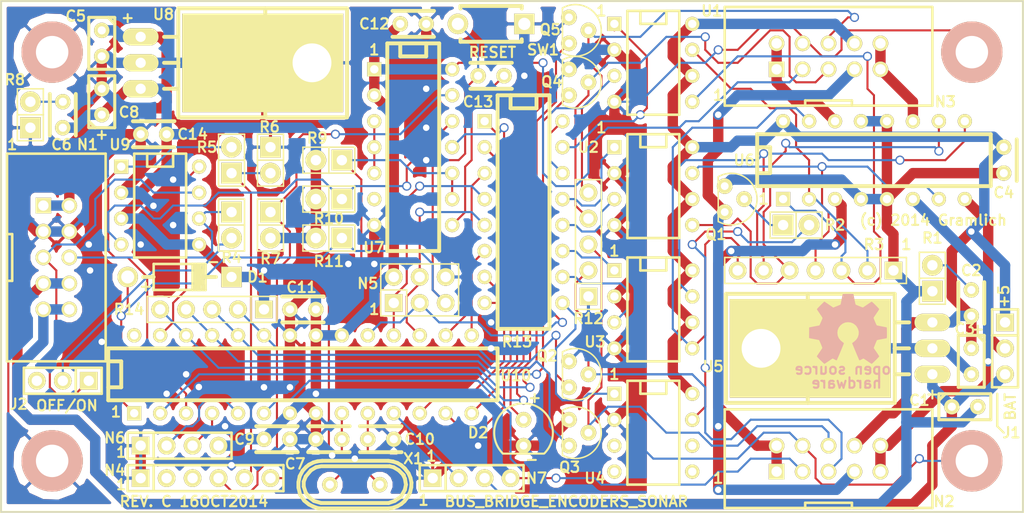
<source format=kicad_pcb>
(kicad_pcb (version 4) (host pcbnew "(2014-jul-16 BZR unknown)-product")
  (layers (0 F.Cu signal) (31 B.Cu signal) (34 B.Paste user) (35 F.Paste user) (36 B.SilkS user) (37 F.SilkS user) (38 B.Mask user) (39 F.Mask user) (44 Edge.Cuts user))
  (net 0 "")
  (net 1 "Net-(C2-Pad2)")
  (net 2 GND)
  (net 3 "Net-(C7-Pad1)")
  (net 4 "Net-(C10-Pad1)")
  (net 5 "Net-(J2-Pad2)")
  (net 6 /BGND)
  (net 7 "Net-(D2-Pad+)")
  (net 8 /Power/BPWR)
  (net 9 /Power/BGND)
  (net 10 /Power/LED_5V)
  (net 11 /Logic/LPWR)
  (net 12 "Net-(C6-Pad2)")
  (net 13 "Net-(C13-Pad1)")
  (net 14 /Logic/~RESET)
  (net 15 /Logic/CANH)
  (net 16 /Logic/CANL)
  (net 17 /Power/MOTOR1_A)
  (net 18 /Logic/ENC1_A)
  (net 19 /Logic/ENC1_B)
  (net 20 /Power/LED_EN)
  (net 21 /Power/MOTOR1_B)
  (net 22 /Power/MOTOR2_A)
  (net 23 /Logic/ENC2_A)
  (net 24 /Logic/ENC2_B)
  (net 25 /Power/MOTOR2_B)
  (net 26 "Net-(N4-Pad4)")
  (net 27 "Net-(N4-Pad5)")
  (net 28 "Net-(N4-Pad6)")
  (net 29 /Logic/D12)
  (net 30 /Logic/D13)
  (net 31 /Logic/D11)
  (net 32 /Logic/D3)
  (net 33 /Logic/D2)
  (net 34 /Logic/D5)
  (net 35 /Logic/D4)
  (net 36 "Net-(Q1-Pad2)")
  (net 37 /Logic/A0)
  (net 38 /Logic/A1)
  (net 39 /Logic/A2)
  (net 40 /Logic/A3)
  (net 41 "Net-(R2-Pad2)")
  (net 42 "Net-(R3-Pad2)")
  (net 43 "Net-(R3-Pad3)")
  (net 44 "Net-(R3-Pad4)")
  (net 45 "Net-(R3-Pad5)")
  (net 46 "Net-(R3-Pad6)")
  (net 47 "Net-(R3-Pad7)")
  (net 48 /Logic/TXD)
  (net 49 "Net-(R10-Pad1)")
  (net 50 /Logic/D7)
  (net 51 /Logic/D10)
  (net 52 /Logic/D9)
  (net 53 /Logic/D8)
  (net 54 /Logic/D6)
  (net 55 /Logic/ENC_EN)
  (net 56 /Logic/4A)
  (net 57 /Logic/EN34)
  (net 58 /Logic/3A)
  (net 59 /Logic/2A)
  (net 60 /Logic/EN12)
  (net 61 /Logic/1A)
  (net 62 "Net-(U7-Pad3)")
  (net 63 /Logic/RXD)
  (net 64 /Logic/A4)
  (net 65 /Power/MOTOR_POWER)
  (net 66 VCC)
  (module Bus_Bridge_Encoders_Sonar:Capacitor3MMDiscRM2.5 (layer F.Cu) (at 109.855 104.14 270)
    (fp_text reference C5 (at -2.667 2.54 540) (layer F.SilkS) (effects (font (size 1.016 1.016) (thickness 0.2032))))
    (fp_text value 22uF hide)
    (pad 1 thru_hole circle (at -1.27 0 270) (size 1.50114 1.50114) (drill 0.8001) (layers *.Cu *.Mask F.SilkS) (net 11 /Logic/LPWR))
    (pad 2 thru_hole circle (at 1.27 0 270) (size 1.50114 1.50114) (drill 0.8001) (layers *.Cu *.Mask F.SilkS) (net 2 GND))
  )
  (module Bus_Bridge_Encoders_Sonar:Capacitor4x3RM2-5_RevB (layer F.Cu) (at 106.045 111.125 90)
    (fp_text reference C6 (at -2.921 -0.127 360) (layer F.SilkS) (effects (font (size 1.016 1.016) (thickness 0.2032))))
    (fp_text value .1uF hide)
    (pad 1 thru_hole circle (at -1.27 0 90) (size 1.50114 1.50114) (drill 0.8001) (layers *.Cu *.Mask F.SilkS) (net 66 VCC))
    (pad 2 thru_hole circle (at 1.27 0 90) (size 1.50114 1.50114) (drill 0.8001) (layers *.Cu *.Mask F.SilkS) (net 12 "Net-(C6-Pad2)"))
  )
  (module Bus_Bridge_Encoders_Sonar:Capacitor3MMDiscRM2.5 (layer F.Cu) (at 109.855 109.855 90)
    (fp_text reference C8 (at -1.016 2.667 180) (layer F.SilkS) (effects (font (size 1.016 1.016) (thickness 0.2032))))
    (fp_text value 22uF hide)
    (pad 1 thru_hole circle (at -1.27 0 90) (size 1.50114 1.50114) (drill 0.8001) (layers *.Cu *.Mask F.SilkS) (net 66 VCC))
    (pad 2 thru_hole circle (at 1.27 0 90) (size 1.50114 1.50114) (drill 0.8001) (layers *.Cu *.Mask F.SilkS) (net 2 GND))
  )
  (module Bus_Bridge_Encoders_Sonar:Capacitor4x3RM2-5_RevB (layer F.Cu) (at 127 142.875)
    (fp_text reference C9 (at -3.175 0) (layer F.SilkS) (effects (font (size 1.016 1.016) (thickness 0.2032))))
    (fp_text value .1uF hide)
    (pad 1 thru_hole circle (at -1.27 0) (size 1.50114 1.50114) (drill 0.8001) (layers *.Cu *.Mask F.SilkS) (net 66 VCC))
    (pad 2 thru_hole circle (at 1.27 0) (size 1.50114 1.50114) (drill 0.8001) (layers *.Cu *.Mask F.SilkS) (net 2 GND))
  )
  (module Bus_Bridge_Encoders_Sonar:Diode_DO-41_SOD81_Horizontal_RM10 (layer F.Cu) (at 117.475 127)
    (fp_text reference D1 (at 7.62 0) (layer F.SilkS) (effects (font (size 1.016 1.016) (thickness 0.2032))))
    (fp_text value SD101C-TR hide)
    (fp_text user - (at 3.302 -1.524) (layer F.SilkS) (effects (font (size 1.016 1.016) (thickness 0.2032))))
    (fp_text user + (at -3.302 0.889) (layer F.SilkS) (effects (font (size 1.016 1.016) (thickness 0.2032))))
    (pad + thru_hole circle (at -5.08 0) (size 1.99898 1.99898) (drill 1.27) (layers *.Cu *.Mask F.SilkS) (net 14 /Logic/~RESET))
    (pad - thru_hole rect (at 5.08 0) (size 1.99898 1.99898) (drill 1.00076) (layers *.Cu *.Mask F.SilkS) (net 66 VCC))
  )
  (module Bus_Bridge_Encoders_Sonar:MountingHole_3mm (layer F.Cu) (at 105 105)
    (fp_text reference H1 (at 0 0) (layer F.SilkS) (effects (font (size 1.016 1.016) (thickness 0.2032))))
    (fp_text value 3MM_HOLE hide)
    (pad 1 thru_hole circle (at 0 0) (size 6 6) (drill 3.175) (layers *.Cu *.SilkS *.Mask) (net 2 GND))
  )
  (module Bus_Bridge_Encoders_Sonar:MountingHole_3mm (layer F.Cu) (at 195 105)
    (fp_text reference H2 (at 0 0) (layer F.SilkS) (effects (font (size 1.016 1.016) (thickness 0.2032))))
    (fp_text value 3MM_HOLE hide)
    (pad 1 thru_hole circle (at 0 0) (size 6 6) (drill 3.175) (layers *.Cu *.SilkS *.Mask) (net 2 GND))
  )
  (module Bus_Bridge_Encoders_Sonar:MountingHole_3mm (layer F.Cu) (at 105 145)
    (fp_text reference H3 (at 0 0) (layer F.SilkS) (effects (font (size 1.016 1.016) (thickness 0.2032))))
    (fp_text value 3MM_HOLE hide)
    (pad 1 thru_hole circle (at 0 0) (size 6 6) (drill 3.175) (layers *.Cu *.SilkS *.Mask) (net 2 GND))
  )
  (module Bus_Bridge_Encoders_Sonar:MountingHole_3mm (layer F.Cu) (at 195 145)
    (fp_text reference H4 (at 0 0) (layer F.SilkS) (effects (font (size 1.016 1.016) (thickness 0.2032))))
    (fp_text value 3MM_HOLE hide)
    (pad 1 thru_hole circle (at 0 0) (size 6 6) (drill 3.175) (layers *.Cu *.SilkS *.Mask) (net 2 GND))
  )
  (module Bus_Bridge_Encoders_Sonar:Pin_Header_Straight_1x03 (layer F.Cu) (at 198.247 133.985 270)
    (fp_text reference J1 (at 8.255 -0.635 540) (layer F.SilkS) (effects (font (size 1.016 1.016) (thickness 0.2032))))
    (fp_text value POWER_SELECT hide)
    (pad 1 thru_hole rect (at -2.54 0 270) (size 1.7272 1.7272) (drill 1.016) (layers *.Cu *.Mask F.SilkS) (net 10 /Power/LED_5V))
    (pad 2 thru_hole circle (at 0 0 270) (size 1.7272 1.7272) (drill 1.016) (layers *.Cu *.Mask F.SilkS) (net 65 /Power/MOTOR_POWER))
    (pad 3 thru_hole circle (at 2.54 0 270) (size 1.7272 1.7272) (drill 1.016) (layers *.Cu *.Mask F.SilkS) (net 8 /Power/BPWR))
  )
  (module Bus_Bridge_Encoders_Sonar:Pin_Header_Straight_1x03 (layer F.Cu) (at 106.045 137.16 180)
    (fp_text reference J2 (at 4.318 -2.286 180) (layer F.SilkS) (effects (font (size 1.016 1.016) (thickness 0.2032))))
    (fp_text value TERMINATE_JUMPER hide)
    (pad 1 thru_hole rect (at -2.54 0 180) (size 1.7272 1.7272) (drill 1.016) (layers *.Cu *.Mask F.SilkS) (net 15 /Logic/CANH))
    (pad 2 thru_hole circle (at 0 0 180) (size 1.7272 1.7272) (drill 1.016) (layers *.Cu *.Mask F.SilkS) (net 5 "Net-(J2-Pad2)"))
    (pad 3 thru_hole circle (at 2.54 0 180) (size 1.7272 1.7272) (drill 1.016) (layers *.Cu *.Mask F.SilkS))
  )
  (module Bus_Bridge_Encoders_Sonar:Pin_Header_Straight_2x05_Shrouded (layer F.Cu) (at 105.41 125.095 270)
    (fp_text reference N1 (at -11.049 -3.048 360) (layer F.SilkS) (effects (font (size 1.016 1.016) (thickness 0.2032))))
    (fp_text value BUS_SLAVE_HEADER hide)
    (pad 1 thru_hole rect (at -5.08 1.27 270) (size 1.524 1.524) (drill 1.016) (layers *.Cu *.Mask F.SilkS) (net 11 /Logic/LPWR))
    (pad 2 thru_hole circle (at -5.08 -1.27 270) (size 1.524 1.524) (drill 1.016) (layers *.Cu *.Mask F.SilkS) (net 11 /Logic/LPWR))
    (pad 3 thru_hole circle (at -2.54 1.27 270) (size 1.524 1.524) (drill 1.016) (layers *.Cu *.Mask F.SilkS) (net 2 GND))
    (pad 4 thru_hole circle (at -2.54 -1.27 270) (size 1.524 1.524) (drill 1.016) (layers *.Cu *.Mask F.SilkS) (net 2 GND))
    (pad 5 thru_hole circle (at 0 1.27 270) (size 1.524 1.524) (drill 1.016) (layers *.Cu *.Mask F.SilkS) (net 15 /Logic/CANH))
    (pad 6 thru_hole circle (at 0 -1.27 270) (size 1.524 1.524) (drill 1.016) (layers *.Cu *.Mask F.SilkS) (net 16 /Logic/CANL))
    (pad 7 thru_hole circle (at 2.54 1.27 270) (size 1.524 1.524) (drill 1.016) (layers *.Cu *.Mask F.SilkS) (net 8 /Power/BPWR))
    (pad 8 thru_hole circle (at 2.54 -1.27 270) (size 1.524 1.524) (drill 1.016) (layers *.Cu *.Mask F.SilkS) (net 8 /Power/BPWR))
    (pad 9 thru_hole circle (at 5.08 1.27 270) (size 1.524 1.524) (drill 1.016) (layers *.Cu *.Mask F.SilkS) (net 9 /Power/BGND))
    (pad 10 thru_hole circle (at 5.08 -1.27 270) (size 1.524 1.524) (drill 1.016) (layers *.Cu *.Mask F.SilkS) (net 9 /Power/BGND))
  )
  (module Bus_Bridge_Encoders_Sonar:Pin_Header_Straight_1x04 (layer F.Cu) (at 146.05 146.685)
    (fp_text reference N7 (at 6.35 0) (layer F.SilkS) (effects (font (size 1.016 1.016) (thickness 0.2032))))
    (fp_text value HC_SR04_CONNECTOR hide)
    (pad 1 thru_hole rect (at -3.81 0) (size 1.7272 1.7272) (drill 1.016) (layers *.Cu *.Mask F.SilkS) (net 2 GND))
    (pad 2 thru_hole oval (at -1.27 0) (size 1.7272 1.7272) (drill 1.016) (layers *.Cu *.Mask F.SilkS) (net 34 /Logic/D5))
    (pad 3 thru_hole oval (at 1.27 0) (size 1.7272 1.7272) (drill 1.016) (layers *.Cu *.Mask F.SilkS) (net 35 /Logic/D4))
    (pad 4 thru_hole oval (at 3.81 0) (size 1.7272 1.7272) (drill 1.016) (layers *.Cu *.Mask F.SilkS) (net 66 VCC))
  )
  (module Bus_Bridge_Encoders_Sonar:Button_6.5MM (layer F.Cu) (at 147.955 102.235 180)
    (fp_text reference SW1 (at -5.08 -2.54 360) (layer F.SilkS) (effects (font (size 1.016 1.016) (thickness 0.2032))))
    (fp_text value MJTP1243 hide)
    (pad 1 thru_hole rect (at -3.2512 0 180) (size 1.99898 1.99898) (drill 1.19888) (layers *.Cu *.Mask F.SilkS) (net 2 GND))
    (pad 2 thru_hole circle (at 3.2512 0 180) (size 1.99898 1.99898) (drill 1.19888) (layers *.Cu *.Mask F.SilkS) (net 14 /Logic/~RESET))
  )
  (module Bus_Bridge_Encoders_Sonar:DIP-8__300 (layer F.Cu) (at 163.83 118.11 270)
    (fp_text reference U2 (at -3.81 6.35 360) (layer F.SilkS) (effects (font (size 1.016 1.016) (thickness 0.2032))))
    (fp_text value LTV-826 hide)
    (pad 1 thru_hole rect (at -3.81 3.81 270) (size 1.397 1.397) (drill 0.8128) (layers *.Cu *.Mask F.SilkS) (net 59 /Logic/2A))
    (pad 2 thru_hole circle (at -1.27 3.81 270) (size 1.397 1.397) (drill 0.8128) (layers *.Cu *.Mask F.SilkS) (net 2 GND))
    (pad 3 thru_hole circle (at 1.27 3.81 270) (size 1.397 1.397) (drill 0.8128) (layers *.Cu *.Mask F.SilkS) (net 58 /Logic/3A))
    (pad 4 thru_hole circle (at 3.81 3.81 270) (size 1.397 1.397) (drill 0.8128) (layers *.Cu *.Mask F.SilkS) (net 2 GND))
    (pad 5 thru_hole circle (at 3.81 -3.81 270) (size 1.397 1.397) (drill 0.8128) (layers *.Cu *.Mask F.SilkS) (net 45 "Net-(R3-Pad5)"))
    (pad 6 thru_hole circle (at 1.27 -3.81 270) (size 1.397 1.397) (drill 0.8128) (layers *.Cu *.Mask F.SilkS) (net 10 /Power/LED_5V))
    (pad 7 thru_hole circle (at -1.27 -3.81 270) (size 1.397 1.397) (drill 0.8128) (layers *.Cu *.Mask F.SilkS) (net 44 "Net-(R3-Pad4)"))
    (pad 8 thru_hole circle (at -3.81 -3.81 270) (size 1.397 1.397) (drill 0.8128) (layers *.Cu *.Mask F.SilkS) (net 10 /Power/LED_5V))
  )
  (module Bus_Bridge_Encoders_Sonar:DIP-8__300 (layer F.Cu) (at 163.83 130.175 270)
    (fp_text reference U3 (at 3.175 5.715 360) (layer F.SilkS) (effects (font (size 1.016 1.016) (thickness 0.2032))))
    (fp_text value LTV-826 hide)
    (pad 1 thru_hole rect (at -3.81 3.81 270) (size 1.397 1.397) (drill 0.8128) (layers *.Cu *.Mask F.SilkS) (net 57 /Logic/EN34))
    (pad 2 thru_hole circle (at -1.27 3.81 270) (size 1.397 1.397) (drill 0.8128) (layers *.Cu *.Mask F.SilkS) (net 2 GND))
    (pad 3 thru_hole circle (at 1.27 3.81 270) (size 1.397 1.397) (drill 0.8128) (layers *.Cu *.Mask F.SilkS) (net 56 /Logic/4A))
    (pad 4 thru_hole circle (at 3.81 3.81 270) (size 1.397 1.397) (drill 0.8128) (layers *.Cu *.Mask F.SilkS) (net 2 GND))
    (pad 5 thru_hole circle (at 3.81 -3.81 270) (size 1.397 1.397) (drill 0.8128) (layers *.Cu *.Mask F.SilkS) (net 47 "Net-(R3-Pad7)"))
    (pad 6 thru_hole circle (at 1.27 -3.81 270) (size 1.397 1.397) (drill 0.8128) (layers *.Cu *.Mask F.SilkS) (net 10 /Power/LED_5V))
    (pad 7 thru_hole circle (at -1.27 -3.81 270) (size 1.397 1.397) (drill 0.8128) (layers *.Cu *.Mask F.SilkS) (net 46 "Net-(R3-Pad6)"))
    (pad 8 thru_hole circle (at -3.81 -3.81 270) (size 1.397 1.397) (drill 0.8128) (layers *.Cu *.Mask F.SilkS) (net 10 /Power/LED_5V))
  )
  (module Bus_Bridge_Encoders_Sonar:DIP-8__300 (layer F.Cu) (at 163.83 142.24 270)
    (fp_text reference U4 (at 4.445 5.715 360) (layer F.SilkS) (effects (font (size 1.016 1.016) (thickness 0.2032))))
    (fp_text value LTV-826 hide)
    (pad 1 thru_hole rect (at -3.81 3.81 270) (size 1.397 1.397) (drill 0.8128) (layers *.Cu *.Mask F.SilkS) (net 55 /Logic/ENC_EN))
    (pad 2 thru_hole circle (at -1.27 3.81 270) (size 1.397 1.397) (drill 0.8128) (layers *.Cu *.Mask F.SilkS) (net 2 GND))
    (pad 3 thru_hole circle (at 1.27 3.81 270) (size 1.397 1.397) (drill 0.8128) (layers *.Cu *.Mask F.SilkS))
    (pad 4 thru_hole circle (at 3.81 3.81 270) (size 1.397 1.397) (drill 0.8128) (layers *.Cu *.Mask F.SilkS))
    (pad 5 thru_hole circle (at 3.81 -3.81 270) (size 1.397 1.397) (drill 0.8128) (layers *.Cu *.Mask F.SilkS))
    (pad 6 thru_hole circle (at 1.27 -3.81 270) (size 1.397 1.397) (drill 0.8128) (layers *.Cu *.Mask F.SilkS))
    (pad 7 thru_hole circle (at -1.27 -3.81 270) (size 1.397 1.397) (drill 0.8128) (layers *.Cu *.Mask F.SilkS) (net 41 "Net-(R2-Pad2)"))
    (pad 8 thru_hole circle (at -3.81 -3.81 270) (size 1.397 1.397) (drill 0.8128) (layers *.Cu *.Mask F.SilkS) (net 10 /Power/LED_5V))
  )
  (module Bus_Bridge_Encoders_Sonar:DIP-14__300 (layer F.Cu) (at 140.335 114.3 270)
    (fp_text reference U7 (at 9.8298 3.8608 360) (layer F.SilkS) (effects (font (size 1.016 1.016) (thickness 0.2032))))
    (fp_text value 74HCT08 hide)
    (pad 1 thru_hole rect (at -7.62 3.81 270) (size 1.397 1.397) (drill 0.8128) (layers *.Cu *.Mask F.SilkS) (net 66 VCC))
    (pad 2 thru_hole circle (at -5.08 3.81 270) (size 1.397 1.397) (drill 0.8128) (layers *.Cu *.Mask F.SilkS) (net 66 VCC))
    (pad 3 thru_hole circle (at -2.54 3.81 270) (size 1.397 1.397) (drill 0.8128) (layers *.Cu *.Mask F.SilkS) (net 62 "Net-(U7-Pad3)"))
    (pad 4 thru_hole circle (at 0 3.81 270) (size 1.397 1.397) (drill 0.8128) (layers *.Cu *.Mask F.SilkS) (net 62 "Net-(U7-Pad3)"))
    (pad 5 thru_hole circle (at 2.54 3.81 270) (size 1.397 1.397) (drill 0.8128) (layers *.Cu *.Mask F.SilkS) (net 62 "Net-(U7-Pad3)"))
    (pad 6 thru_hole circle (at 5.08 3.81 270) (size 1.397 1.397) (drill 0.8128) (layers *.Cu *.Mask F.SilkS))
    (pad 7 thru_hole circle (at 7.62 3.81 270) (size 1.397 1.397) (drill 0.8128) (layers *.Cu *.Mask F.SilkS) (net 2 GND))
    (pad 8 thru_hole circle (at 7.62 -3.81 270) (size 1.397 1.397) (drill 0.8128) (layers *.Cu *.Mask F.SilkS) (net 13 "Net-(C13-Pad1)"))
    (pad 9 thru_hole circle (at 5.08 -3.81 270) (size 1.397 1.397) (drill 0.8128) (layers *.Cu *.Mask F.SilkS) (net 28 "Net-(N4-Pad6)"))
    (pad 10 thru_hole circle (at 2.54 -3.81 270) (size 1.397 1.397) (drill 0.8128) (layers *.Cu *.Mask F.SilkS) (net 28 "Net-(N4-Pad6)"))
    (pad 11 thru_hole circle (at 0 -3.81 270) (size 1.397 1.397) (drill 0.8128) (layers *.Cu *.Mask F.SilkS) (net 63 /Logic/RXD))
    (pad 12 thru_hole circle (at -2.54 -3.81 270) (size 1.397 1.397) (drill 0.8128) (layers *.Cu *.Mask F.SilkS) (net 49 "Net-(R10-Pad1)"))
    (pad 13 thru_hole circle (at -5.08 -3.81 270) (size 1.397 1.397) (drill 0.8128) (layers *.Cu *.Mask F.SilkS) (net 26 "Net-(N4-Pad4)"))
    (pad 14 thru_hole circle (at -7.62 -3.81 270) (size 1.397 1.397) (drill 0.8128) (layers *.Cu *.Mask F.SilkS) (net 66 VCC))
  )
  (module Bus_Bridge_Encoders_Sonar:Crystal_HC49-U_Vertical (layer F.Cu) (at 134.62 147.32)
    (fp_text reference X1 (at 5.715 -2.54) (layer F.SilkS) (effects (font (size 1.016 1.016) (thickness 0.2032))))
    (fp_text value 16MHz hide)
    (pad 1 thru_hole circle (at -2.44094 0) (size 1.50114 1.50114) (drill 0.8001) (layers *.Cu *.Mask F.SilkS) (net 3 "Net-(C7-Pad1)"))
    (pad 2 thru_hole circle (at 2.44094 0) (size 1.50114 1.50114) (drill 0.8001) (layers *.Cu *.Mask F.SilkS) (net 4 "Net-(C10-Pad1)"))
  )
  (module Bus_Bridge_Encoders_Sonar:OSHW_LOGO_300mil (layer B.Cu) (at 182.88 132.08)
    (fp_text reference G1 hide)
    (fp_text value OSHW_LOGO hide)
  )
  (module Bus_Bridge_Encoders_Sonar:T1_LED (layer F.Cu) (at 151.13 142.24)
    (fp_text reference D2 (at -4.445 0 180) (layer F.SilkS) (effects (font (size 1.016 1.016) (thickness 0.2032))))
    (fp_text value LED hide)
    (fp_text user - (at 0.8128 2.5908 180) (layer F.SilkS) (effects (font (size 1.016 1.016) (thickness 0.2032))))
    (fp_text user + (at 1.0922 -3.4544) (layer F.SilkS) (effects (font (size 1.016 1.016) (thickness 0.2032))))
    (pad + thru_hole circle (at 0 -1.27) (size 1.524 1.524) (drill 0.762) (layers *.Cu *.Mask F.SilkS) (net 7 "Net-(D2-Pad+)"))
    (pad - thru_hole circle (at 0 1.27) (size 1.524 1.524) (drill 0.762) (layers *.Cu *.Mask F.SilkS) (net 2 GND))
  )
  (module Bus_Bridge_Encoders_Sonar:Capacitor3MMDiscRM2.5 (layer F.Cu) (at 194.31 139.7)
    (fp_text reference C1 (at -4.445 -0.635) (layer F.SilkS) (effects (font (size 1.016 1.016) (thickness 0.2032))))
    (fp_text value 22uF hide)
    (pad 1 thru_hole circle (at -1.27 0) (size 1.50114 1.50114) (drill 0.8001) (layers *.Cu *.Mask F.SilkS) (net 8 /Power/BPWR))
    (pad 2 thru_hole circle (at 1.27 0) (size 1.50114 1.50114) (drill 0.8001) (layers *.Cu *.Mask F.SilkS) (net 9 /Power/BGND))
  )
  (module Bus_Bridge_Encoders_Sonar:Capacitor4x3RM2-5_RevB (layer F.Cu) (at 194.945 129.54 90)
    (fp_text reference C2 (at 3.175 0 360) (layer F.SilkS) (effects (font (size 1.016 1.016) (thickness 0.2032))))
    (fp_text value .1uF hide)
    (pad 1 thru_hole circle (at -1.27 0 90) (size 1.50114 1.50114) (drill 0.8001) (layers *.Cu *.Mask F.SilkS) (net 10 /Power/LED_5V))
    (pad 2 thru_hole circle (at 1.27 0 90) (size 1.50114 1.50114) (drill 0.8001) (layers *.Cu *.Mask F.SilkS) (net 1 "Net-(C2-Pad2)"))
  )
  (module Bus_Bridge_Encoders_Sonar:Capacitor3MMDiscRM2.5 (layer F.Cu) (at 194.945 135.255 270)
    (fp_text reference C3 (at -3.175 0.635 360) (layer F.SilkS) (effects (font (size 1.016 1.016) (thickness 0.2032))))
    (fp_text value 22uF hide)
    (pad 1 thru_hole circle (at -1.27 0 270) (size 1.50114 1.50114) (drill 0.8001) (layers *.Cu *.Mask F.SilkS) (net 10 /Power/LED_5V))
    (pad 2 thru_hole circle (at 1.27 0 270) (size 1.50114 1.50114) (drill 0.8001) (layers *.Cu *.Mask F.SilkS) (net 9 /Power/BGND))
  )
  (module Bus_Bridge_Encoders_Sonar:Capacitor4x3RM2-5_RevB (layer F.Cu) (at 198.12 115.57 270)
    (fp_text reference C4 (at 3.175 0 540) (layer F.SilkS) (effects (font (size 1.016 1.016) (thickness 0.2032))))
    (fp_text value .1uF hide)
    (pad 1 thru_hole circle (at -1.27 0 270) (size 1.50114 1.50114) (drill 0.8001) (layers *.Cu *.Mask F.SilkS) (net 10 /Power/LED_5V))
    (pad 2 thru_hole circle (at 1.27 0 270) (size 1.50114 1.50114) (drill 0.8001) (layers *.Cu *.Mask F.SilkS) (net 9 /Power/BGND))
  )
  (module Bus_Bridge_Encoders_Sonar:Capacitor4x3RM2-5_RevB (layer F.Cu) (at 132.08 142.875 180)
    (fp_text reference C7 (at 3.302 -2.413 360) (layer F.SilkS) (effects (font (size 1.016 1.016) (thickness 0.2032))))
    (fp_text value 18pF hide)
    (pad 1 thru_hole circle (at -1.27 0 180) (size 1.50114 1.50114) (drill 0.8001) (layers *.Cu *.Mask F.SilkS) (net 3 "Net-(C7-Pad1)"))
    (pad 2 thru_hole circle (at 1.27 0 180) (size 1.50114 1.50114) (drill 0.8001) (layers *.Cu *.Mask F.SilkS) (net 2 GND))
  )
  (module Bus_Bridge_Encoders_Sonar:Capacitor4x3RM2-5_RevB (layer F.Cu) (at 137.16 142.875)
    (fp_text reference C10 (at 3.81 0 180) (layer F.SilkS) (effects (font (size 1.016 1.016) (thickness 0.2032))))
    (fp_text value 18pF hide)
    (pad 1 thru_hole circle (at -1.27 0) (size 1.50114 1.50114) (drill 0.8001) (layers *.Cu *.Mask F.SilkS) (net 4 "Net-(C10-Pad1)"))
    (pad 2 thru_hole circle (at 1.27 0) (size 1.50114 1.50114) (drill 0.8001) (layers *.Cu *.Mask F.SilkS) (net 2 GND))
  )
  (module Bus_Bridge_Encoders_Sonar:Capacitor4x3RM2-5_RevB (layer F.Cu) (at 129.54 130.175 180)
    (fp_text reference C11 (at 0.127 2.159 360) (layer F.SilkS) (effects (font (size 1.016 1.016) (thickness 0.2032))))
    (fp_text value .1uF hide)
    (pad 1 thru_hole circle (at -1.27 0 180) (size 1.50114 1.50114) (drill 0.8001) (layers *.Cu *.Mask F.SilkS) (net 66 VCC))
    (pad 2 thru_hole circle (at 1.27 0 180) (size 1.50114 1.50114) (drill 0.8001) (layers *.Cu *.Mask F.SilkS) (net 2 GND))
  )
  (module Bus_Bridge_Encoders_Sonar:Capacitor4x3RM2-5_RevB (layer F.Cu) (at 140.335 102.235)
    (fp_text reference C12 (at -3.81 0 180) (layer F.SilkS) (effects (font (size 1.016 1.016) (thickness 0.2032))))
    (fp_text value .1uF hide)
    (pad 1 thru_hole circle (at -1.27 0) (size 1.50114 1.50114) (drill 0.8001) (layers *.Cu *.Mask F.SilkS) (net 66 VCC))
    (pad 2 thru_hole circle (at 1.27 0) (size 1.50114 1.50114) (drill 0.8001) (layers *.Cu *.Mask F.SilkS) (net 2 GND))
  )
  (module Bus_Bridge_Encoders_Sonar:Capacitor4x3RM2-5_RevB (layer F.Cu) (at 147.955 107.315 180)
    (fp_text reference C13 (at 1.27 -2.54 360) (layer F.SilkS) (effects (font (size 1.016 1.016) (thickness 0.2032))))
    (fp_text value .1uF hide)
    (pad 1 thru_hole circle (at -1.27 0 180) (size 1.50114 1.50114) (drill 0.8001) (layers *.Cu *.Mask F.SilkS) (net 13 "Net-(C13-Pad1)"))
    (pad 2 thru_hole circle (at 1.27 0 180) (size 1.50114 1.50114) (drill 0.8001) (layers *.Cu *.Mask F.SilkS) (net 14 /Logic/~RESET))
  )
  (module Bus_Bridge_Encoders_Sonar:Pin_Header_Straight_2x05_Shrouded (layer F.Cu) (at 180.975 144.78)
    (fp_text reference N2 (at 11.303 4.191) (layer F.SilkS) (effects (font (size 1.016 1.016) (thickness 0.2032))))
    (fp_text value MOTOR_ENCODER_CONN_2X5 hide)
    (pad 1 thru_hole rect (at -5.08 1.27) (size 1.524 1.524) (drill 1.016) (layers *.Cu *.Mask F.SilkS) (net 17 /Power/MOTOR1_A))
    (pad 2 thru_hole circle (at -5.08 -1.27) (size 1.524 1.524) (drill 1.016) (layers *.Cu *.Mask F.SilkS) (net 17 /Power/MOTOR1_A))
    (pad 3 thru_hole circle (at -2.54 1.27) (size 1.524 1.524) (drill 1.016) (layers *.Cu *.Mask F.SilkS) (net 66 VCC))
    (pad 4 thru_hole circle (at -2.54 -1.27) (size 1.524 1.524) (drill 1.016) (layers *.Cu *.Mask F.SilkS) (net 2 GND))
    (pad 5 thru_hole circle (at 0 1.27) (size 1.524 1.524) (drill 1.016) (layers *.Cu *.Mask F.SilkS) (net 18 /Logic/ENC1_A))
    (pad 6 thru_hole circle (at 0 -1.27) (size 1.524 1.524) (drill 1.016) (layers *.Cu *.Mask F.SilkS) (net 19 /Logic/ENC1_B))
    (pad 7 thru_hole circle (at 2.54 1.27) (size 1.524 1.524) (drill 1.016) (layers *.Cu *.Mask F.SilkS) (net 20 /Power/LED_EN))
    (pad 8 thru_hole circle (at 2.54 -1.27) (size 1.524 1.524) (drill 1.016) (layers *.Cu *.Mask F.SilkS) (net 10 /Power/LED_5V))
    (pad 9 thru_hole circle (at 5.08 1.27) (size 1.524 1.524) (drill 1.016) (layers *.Cu *.Mask F.SilkS) (net 21 /Power/MOTOR1_B))
    (pad 10 thru_hole circle (at 5.08 -1.27) (size 1.524 1.524) (drill 1.016) (layers *.Cu *.Mask F.SilkS) (net 21 /Power/MOTOR1_B))
  )
  (module Bus_Bridge_Encoders_Sonar:Pin_Header_Straight_2x05_Shrouded (layer F.Cu) (at 180.975 105.41)
    (fp_text reference N3 (at 11.43 4.445) (layer F.SilkS) (effects (font (size 1.016 1.016) (thickness 0.2032))))
    (fp_text value MOTOR_ENCODER_CONN_2X5 hide)
    (pad 1 thru_hole rect (at -5.08 1.27) (size 1.524 1.524) (drill 1.016) (layers *.Cu *.Mask F.SilkS) (net 25 /Power/MOTOR2_B))
    (pad 2 thru_hole circle (at -5.08 -1.27) (size 1.524 1.524) (drill 1.016) (layers *.Cu *.Mask F.SilkS) (net 25 /Power/MOTOR2_B))
    (pad 3 thru_hole circle (at -2.54 1.27) (size 1.524 1.524) (drill 1.016) (layers *.Cu *.Mask F.SilkS) (net 66 VCC))
    (pad 4 thru_hole circle (at -2.54 -1.27) (size 1.524 1.524) (drill 1.016) (layers *.Cu *.Mask F.SilkS) (net 2 GND))
    (pad 5 thru_hole circle (at 0 1.27) (size 1.524 1.524) (drill 1.016) (layers *.Cu *.Mask F.SilkS) (net 23 /Logic/ENC2_A))
    (pad 6 thru_hole circle (at 0 -1.27) (size 1.524 1.524) (drill 1.016) (layers *.Cu *.Mask F.SilkS) (net 24 /Logic/ENC2_B))
    (pad 7 thru_hole circle (at 2.54 1.27) (size 1.524 1.524) (drill 1.016) (layers *.Cu *.Mask F.SilkS) (net 20 /Power/LED_EN))
    (pad 8 thru_hole circle (at 2.54 -1.27) (size 1.524 1.524) (drill 1.016) (layers *.Cu *.Mask F.SilkS) (net 10 /Power/LED_5V))
    (pad 9 thru_hole circle (at 5.08 1.27) (size 1.524 1.524) (drill 1.016) (layers *.Cu *.Mask F.SilkS) (net 22 /Power/MOTOR2_A))
    (pad 10 thru_hole circle (at 5.08 -1.27) (size 1.524 1.524) (drill 1.016) (layers *.Cu *.Mask F.SilkS) (net 22 /Power/MOTOR2_A))
  )
  (module Bus_Bridge_Encoders_Sonar:Pin_Header_Straight_1x06 (layer F.Cu) (at 120.015 146.685)
    (fp_text reference N4 (at -8.89 -0.762) (layer F.SilkS) (effects (font (size 1.016 1.016) (thickness 0.2032))))
    (fp_text value FTDI_HEADER hide)
    (pad 1 thru_hole rect (at -6.35 0) (size 1.7272 1.7272) (drill 1.016) (layers *.Cu *.Mask F.SilkS) (net 2 GND))
    (pad 2 thru_hole circle (at -3.81 0) (size 1.7272 1.7272) (drill 1.016) (layers *.Cu *.Mask F.SilkS))
    (pad 3 thru_hole circle (at -1.27 0) (size 1.7272 1.7272) (drill 1.016) (layers *.Cu *.Mask F.SilkS))
    (pad 4 thru_hole circle (at 1.27 0) (size 1.7272 1.7272) (drill 1.016) (layers *.Cu *.Mask F.SilkS) (net 26 "Net-(N4-Pad4)"))
    (pad 5 thru_hole circle (at 3.81 0) (size 1.7272 1.7272) (drill 1.016) (layers *.Cu *.Mask F.SilkS) (net 27 "Net-(N4-Pad5)"))
    (pad 6 thru_hole circle (at 6.35 0) (size 1.7272 1.7272) (drill 1.016) (layers *.Cu *.Mask F.SilkS) (net 28 "Net-(N4-Pad6)"))
  )
  (module Bus_Bridge_Encoders_Sonar:Pin_Header_Straight_2x03 (layer F.Cu) (at 140.97 128.27)
    (fp_text reference N5 (at -5.08 -0.635) (layer F.SilkS) (effects (font (size 1.016 1.016) (thickness 0.2032))))
    (fp_text value AVR_ISP_HEADER hide)
    (pad 1 thru_hole rect (at -2.54 1.27) (size 1.7272 1.7272) (drill 1.016) (layers *.Cu *.Mask F.SilkS) (net 29 /Logic/D12))
    (pad 2 thru_hole oval (at -2.54 -1.27) (size 1.7272 1.7272) (drill 1.016) (layers *.Cu *.Mask F.SilkS) (net 66 VCC))
    (pad 3 thru_hole oval (at 0 1.27) (size 1.7272 1.7272) (drill 1.016) (layers *.Cu *.Mask F.SilkS) (net 30 /Logic/D13))
    (pad 4 thru_hole oval (at 0 -1.27) (size 1.7272 1.7272) (drill 1.016) (layers *.Cu *.Mask F.SilkS) (net 31 /Logic/D11))
    (pad 5 thru_hole oval (at 2.54 1.27) (size 1.7272 1.7272) (drill 1.016) (layers *.Cu *.Mask F.SilkS) (net 14 /Logic/~RESET))
    (pad 6 thru_hole oval (at 2.54 -1.27) (size 1.7272 1.7272) (drill 1.016) (layers *.Cu *.Mask F.SilkS) (net 2 GND))
  )
  (module Bus_Bridge_Encoders_Sonar:Pin_Header_Straight_1x04 (layer F.Cu) (at 117.475 143.51)
    (fp_text reference N6 (at -6.35 -0.762) (layer F.SilkS) (effects (font (size 1.016 1.016) (thickness 0.2032))))
    (fp_text value HC_SR04_CONNECTOR hide)
    (pad 1 thru_hole rect (at -3.81 0) (size 1.7272 1.7272) (drill 1.016) (layers *.Cu *.Mask F.SilkS) (net 2 GND))
    (pad 2 thru_hole oval (at -1.27 0) (size 1.7272 1.7272) (drill 1.016) (layers *.Cu *.Mask F.SilkS) (net 32 /Logic/D3))
    (pad 3 thru_hole oval (at 1.27 0) (size 1.7272 1.7272) (drill 1.016) (layers *.Cu *.Mask F.SilkS) (net 33 /Logic/D2))
    (pad 4 thru_hole oval (at 3.81 0) (size 1.7272 1.7272) (drill 1.016) (layers *.Cu *.Mask F.SilkS) (net 66 VCC))
  )
  (module Bus_Bridge_Encoders_Sonar:Pin_Header_Straight_1x07 (layer F.Cu) (at 179.705 126.365 180)
    (fp_text reference R3 (at -5.715 2.54 180) (layer F.SilkS) (effects (font (size 1.016 1.016) (thickness 0.2032))))
    (fp_text value 10Kx6 hide)
    (pad 1 thru_hole rect (at -7.62 0 180) (size 1.7272 1.7272) (drill 1.016) (layers *.Cu *.Mask F.SilkS) (net 9 /Power/BGND))
    (pad 2 thru_hole circle (at -5.08 0 180) (size 1.7272 1.7272) (drill 1.016) (layers *.Cu *.Mask F.SilkS) (net 42 "Net-(R3-Pad2)"))
    (pad 3 thru_hole circle (at -2.54 0 180) (size 1.7272 1.7272) (drill 1.016) (layers *.Cu *.Mask F.SilkS) (net 43 "Net-(R3-Pad3)"))
    (pad 4 thru_hole circle (at 0 0 180) (size 1.7272 1.7272) (drill 1.016) (layers *.Cu *.Mask F.SilkS) (net 44 "Net-(R3-Pad4)"))
    (pad 5 thru_hole circle (at 2.54 0 180) (size 1.7272 1.7272) (drill 1.016) (layers *.Cu *.Mask F.SilkS) (net 45 "Net-(R3-Pad5)"))
    (pad 6 thru_hole circle (at 5.08 0 180) (size 1.7272 1.7272) (drill 1.016) (layers *.Cu *.Mask F.SilkS) (net 46 "Net-(R3-Pad6)"))
    (pad 7 thru_hole circle (at 7.62 0 180) (size 1.7272 1.7272) (drill 1.016) (layers *.Cu *.Mask F.SilkS) (net 47 "Net-(R3-Pad7)"))
  )
  (module Bus_Bridge_Encoders_Sonar:Pin_Header_Straight_1x05 (layer F.Cu) (at 157.48 123.825 90)
    (fp_text reference R12 (at -7.239 0 180) (layer F.SilkS) (effects (font (size 1.016 1.016) (thickness 0.2032))))
    (fp_text value 4K7x4 hide)
    (pad 1 thru_hole rect (at -5.08 0 90) (size 1.7272 1.7272) (drill 1.016) (layers *.Cu *.Mask F.SilkS) (net 2 GND))
    (pad 2 thru_hole circle (at -2.54 0 90) (size 1.7272 1.7272) (drill 1.016) (layers *.Cu *.Mask F.SilkS) (net 18 /Logic/ENC1_A))
    (pad 3 thru_hole circle (at 0 0 90) (size 1.7272 1.7272) (drill 1.016) (layers *.Cu *.Mask F.SilkS) (net 19 /Logic/ENC1_B))
    (pad 4 thru_hole circle (at 2.54 0 90) (size 1.7272 1.7272) (drill 1.016) (layers *.Cu *.Mask F.SilkS) (net 23 /Logic/ENC2_A))
    (pad 5 thru_hole circle (at 5.08 0 90) (size 1.7272 1.7272) (drill 1.016) (layers *.Cu *.Mask F.SilkS) (net 24 /Logic/ENC2_B))
  )
  (module Bus_Bridge_Encoders_Sonar:DIP-16__300 (layer F.Cu) (at 151.13 120.65 270)
    (fp_text reference R13 (at 12.7 0.635 360) (layer F.SilkS) (effects (font (size 1.016 1.016) (thickness 0.2032))))
    (fp_text value 470_DIP16 hide)
    (pad 1 thru_hole rect (at -8.89 3.81 270) (size 1.397 1.397) (drill 0.8128) (layers *.Cu *.Mask F.SilkS) (net 7 "Net-(D2-Pad+)"))
    (pad 2 thru_hole circle (at -6.35 3.81 270) (size 1.397 1.397) (drill 0.8128) (layers *.Cu *.Mask F.SilkS) (net 50 /Logic/D7))
    (pad 3 thru_hole circle (at -3.81 3.81 270) (size 1.397 1.397) (drill 0.8128) (layers *.Cu *.Mask F.SilkS) (net 51 /Logic/D10))
    (pad 4 thru_hole circle (at -1.27 3.81 270) (size 1.397 1.397) (drill 0.8128) (layers *.Cu *.Mask F.SilkS) (net 29 /Logic/D12))
    (pad 5 thru_hole circle (at 1.27 3.81 270) (size 1.397 1.397) (drill 0.8128) (layers *.Cu *.Mask F.SilkS) (net 31 /Logic/D11))
    (pad 6 thru_hole circle (at 3.81 3.81 270) (size 1.397 1.397) (drill 0.8128) (layers *.Cu *.Mask F.SilkS) (net 52 /Logic/D9))
    (pad 7 thru_hole circle (at 6.35 3.81 270) (size 1.397 1.397) (drill 0.8128) (layers *.Cu *.Mask F.SilkS) (net 53 /Logic/D8))
    (pad 8 thru_hole circle (at 8.89 3.81 270) (size 1.397 1.397) (drill 0.8128) (layers *.Cu *.Mask F.SilkS) (net 54 /Logic/D6))
    (pad 9 thru_hole circle (at 8.89 -3.81 270) (size 1.397 1.397) (drill 0.8128) (layers *.Cu *.Mask F.SilkS) (net 55 /Logic/ENC_EN))
    (pad 10 thru_hole circle (at 6.35 -3.81 270) (size 1.397 1.397) (drill 0.8128) (layers *.Cu *.Mask F.SilkS) (net 56 /Logic/4A))
    (pad 11 thru_hole circle (at 3.81 -3.81 270) (size 1.397 1.397) (drill 0.8128) (layers *.Cu *.Mask F.SilkS) (net 57 /Logic/EN34))
    (pad 12 thru_hole circle (at 1.27 -3.81 270) (size 1.397 1.397) (drill 0.8128) (layers *.Cu *.Mask F.SilkS) (net 58 /Logic/3A))
    (pad 13 thru_hole circle (at -1.27 -3.81 270) (size 1.397 1.397) (drill 0.8128) (layers *.Cu *.Mask F.SilkS) (net 59 /Logic/2A))
    (pad 14 thru_hole circle (at -3.81 -3.81 270) (size 1.397 1.397) (drill 0.8128) (layers *.Cu *.Mask F.SilkS) (net 60 /Logic/EN12))
    (pad 15 thru_hole circle (at -6.35 -3.81 270) (size 1.397 1.397) (drill 0.8128) (layers *.Cu *.Mask F.SilkS) (net 61 /Logic/1A))
    (pad 16 thru_hole circle (at -8.89 -3.81 270) (size 1.397 1.397) (drill 0.8128) (layers *.Cu *.Mask F.SilkS) (net 30 /Logic/D13))
  )
  (module Bus_Bridge_Encoders_Sonar:Pin_Header_Straight_1x05 (layer F.Cu) (at 120.65 130.175 180)
    (fp_text reference R14 (at 8.128 0 180) (layer F.SilkS) (effects (font (size 1.016 1.016) (thickness 0.2032))))
    (fp_text value 3K3x4 hide)
    (pad 1 thru_hole rect (at -5.08 0 180) (size 1.7272 1.7272) (drill 1.016) (layers *.Cu *.Mask F.SilkS) (net 66 VCC))
    (pad 2 thru_hole circle (at -2.54 0 180) (size 1.7272 1.7272) (drill 1.016) (layers *.Cu *.Mask F.SilkS) (net 37 /Logic/A0))
    (pad 3 thru_hole circle (at 0 0 180) (size 1.7272 1.7272) (drill 1.016) (layers *.Cu *.Mask F.SilkS) (net 38 /Logic/A1))
    (pad 4 thru_hole circle (at 2.54 0 180) (size 1.7272 1.7272) (drill 1.016) (layers *.Cu *.Mask F.SilkS) (net 39 /Logic/A2))
    (pad 5 thru_hole circle (at 5.08 0 180) (size 1.7272 1.7272) (drill 1.016) (layers *.Cu *.Mask F.SilkS) (net 40 /Logic/A3))
  )
  (module Bus_Bridge_Encoders_Sonar:DIP-8__300 (layer F.Cu) (at 163.83 106.045 270)
    (fp_text reference U1 (at -5.08 -5.715 360) (layer F.SilkS) (effects (font (size 1.016 1.016) (thickness 0.2032))))
    (fp_text value LTV-826 hide)
    (pad 1 thru_hole rect (at -3.81 3.81 270) (size 1.397 1.397) (drill 0.8128) (layers *.Cu *.Mask F.SilkS) (net 61 /Logic/1A))
    (pad 2 thru_hole circle (at -1.27 3.81 270) (size 1.397 1.397) (drill 0.8128) (layers *.Cu *.Mask F.SilkS) (net 2 GND))
    (pad 3 thru_hole circle (at 1.27 3.81 270) (size 1.397 1.397) (drill 0.8128) (layers *.Cu *.Mask F.SilkS) (net 60 /Logic/EN12))
    (pad 4 thru_hole circle (at 3.81 3.81 270) (size 1.397 1.397) (drill 0.8128) (layers *.Cu *.Mask F.SilkS) (net 2 GND))
    (pad 5 thru_hole circle (at 3.81 -3.81 270) (size 1.397 1.397) (drill 0.8128) (layers *.Cu *.Mask F.SilkS) (net 43 "Net-(R3-Pad3)"))
    (pad 6 thru_hole circle (at 1.27 -3.81 270) (size 1.397 1.397) (drill 0.8128) (layers *.Cu *.Mask F.SilkS) (net 10 /Power/LED_5V))
    (pad 7 thru_hole circle (at -1.27 -3.81 270) (size 1.397 1.397) (drill 0.8128) (layers *.Cu *.Mask F.SilkS) (net 42 "Net-(R3-Pad2)"))
    (pad 8 thru_hole circle (at -3.81 -3.81 270) (size 1.397 1.397) (drill 0.8128) (layers *.Cu *.Mask F.SilkS) (net 10 /Power/LED_5V))
  )
  (module Bus_Bridge_Encoders_Sonar:TO-220_Neutral123_Horizontal_LargePads (layer F.Cu) (at 191.135 133.985 90)
    (fp_text reference U5 (at -1.778 -21.463 180) (layer F.SilkS) (effects (font (size 1.016 1.016) (thickness 0.2032))))
    (fp_text value LM2940 hide)
    (pad 2 thru_hole oval (at 0 0 180) (size 3.50012 1.69926) (drill 1.00076) (layers *.Cu *.Mask F.SilkS) (net 9 /Power/BGND))
    (pad 1 thru_hole oval (at -2.54 0 180) (size 3.50012 1.69926) (drill 1.00076) (layers *.Cu *.Mask F.SilkS) (net 8 /Power/BPWR))
    (pad 3 thru_hole oval (at 2.54 0 180) (size 3.50012 1.69926) (drill 1.00076) (layers *.Cu *.Mask F.SilkS) (net 10 /Power/LED_5V))
    (pad 2 thru_hole rect (at 0 -16.764 180) (size 15.748 9.652) (drill 3.79984 (offset -4.826 0)) (layers *.Cu F.SilkS F.Mask) (net 9 /Power/BGND))
  )
  (module Bus_Bridge_Encoders_Sonar:DIP-16__300 (layer F.Cu) (at 185.42 115.57)
    (fp_text reference U6 (at -12.7 0) (layer F.SilkS) (effects (font (size 1.016 1.016) (thickness 0.2032))))
    (fp_text value 754410 hide)
    (pad 1 thru_hole rect (at -8.89 3.81) (size 1.397 1.397) (drill 0.8128) (layers *.Cu *.Mask F.SilkS) (net 43 "Net-(R3-Pad3)"))
    (pad 2 thru_hole circle (at -6.35 3.81) (size 1.397 1.397) (drill 0.8128) (layers *.Cu *.Mask F.SilkS) (net 42 "Net-(R3-Pad2)"))
    (pad 3 thru_hole circle (at -3.81 3.81) (size 1.397 1.397) (drill 0.8128) (layers *.Cu *.Mask F.SilkS) (net 17 /Power/MOTOR1_A))
    (pad 4 thru_hole circle (at -1.27 3.81) (size 1.397 1.397) (drill 0.8128) (layers *.Cu *.Mask F.SilkS) (net 9 /Power/BGND))
    (pad 5 thru_hole circle (at 1.27 3.81) (size 1.397 1.397) (drill 0.8128) (layers *.Cu *.Mask F.SilkS) (net 9 /Power/BGND))
    (pad 6 thru_hole circle (at 3.81 3.81) (size 1.397 1.397) (drill 0.8128) (layers *.Cu *.Mask F.SilkS) (net 21 /Power/MOTOR1_B))
    (pad 7 thru_hole circle (at 6.35 3.81) (size 1.397 1.397) (drill 0.8128) (layers *.Cu *.Mask F.SilkS) (net 44 "Net-(R3-Pad4)"))
    (pad 8 thru_hole circle (at 8.89 3.81) (size 1.397 1.397) (drill 0.8128) (layers *.Cu *.Mask F.SilkS) (net 65 /Power/MOTOR_POWER))
    (pad 9 thru_hole circle (at 8.89 -3.81) (size 1.397 1.397) (drill 0.8128) (layers *.Cu *.Mask F.SilkS) (net 46 "Net-(R3-Pad6)"))
    (pad 10 thru_hole circle (at 6.35 -3.81) (size 1.397 1.397) (drill 0.8128) (layers *.Cu *.Mask F.SilkS) (net 45 "Net-(R3-Pad5)"))
    (pad 11 thru_hole circle (at 3.81 -3.81) (size 1.397 1.397) (drill 0.8128) (layers *.Cu *.Mask F.SilkS) (net 22 /Power/MOTOR2_A))
    (pad 12 thru_hole circle (at 1.27 -3.81) (size 1.397 1.397) (drill 0.8128) (layers *.Cu *.Mask F.SilkS) (net 9 /Power/BGND))
    (pad 13 thru_hole circle (at -1.27 -3.81) (size 1.397 1.397) (drill 0.8128) (layers *.Cu *.Mask F.SilkS) (net 9 /Power/BGND))
    (pad 14 thru_hole circle (at -3.81 -3.81) (size 1.397 1.397) (drill 0.8128) (layers *.Cu *.Mask F.SilkS) (net 25 /Power/MOTOR2_B))
    (pad 15 thru_hole circle (at -6.35 -3.81) (size 1.397 1.397) (drill 0.8128) (layers *.Cu *.Mask F.SilkS) (net 47 "Net-(R3-Pad7)"))
    (pad 16 thru_hole circle (at -8.89 -3.81) (size 1.397 1.397) (drill 0.8128) (layers *.Cu *.Mask F.SilkS) (net 10 /Power/LED_5V))
  )
  (module Bus_Bridge_Encoders_Sonar:TO-220_Neutral123_Horizontal_LargePads (layer F.Cu) (at 113.665 106.045 270)
    (fp_text reference U8 (at -4.73456 -2.23012 360) (layer F.SilkS) (effects (font (size 1.016 1.016) (thickness 0.2032))))
    (fp_text value LM2940 hide)
    (pad 2 thru_hole oval (at 0 0) (size 3.50012 1.69926) (drill 1.00076) (layers *.Cu *.Mask F.SilkS) (net 2 GND))
    (pad 1 thru_hole oval (at -2.54 0) (size 3.50012 1.69926) (drill 1.00076) (layers *.Cu *.Mask F.SilkS) (net 11 /Logic/LPWR))
    (pad 3 thru_hole oval (at 2.54 0) (size 3.50012 1.69926) (drill 1.00076) (layers *.Cu *.Mask F.SilkS) (net 66 VCC))
    (pad 2 thru_hole rect (at 0 -16.764) (size 15.748 9.652) (drill 3.79984 (offset -4.826 0)) (layers *.Cu F.SilkS F.Mask) (net 2 GND))
  )
  (module Bus_Bridge_Encoders_Sonar:DIP-8__300 (layer F.Cu) (at 115.57 120.015 270)
    (fp_text reference U9 (at -5.969 3.937 360) (layer F.SilkS) (effects (font (size 1.016 1.016) (thickness 0.2032))))
    (fp_text value MCP2562 hide)
    (pad 1 thru_hole rect (at -3.81 3.81 270) (size 1.397 1.397) (drill 0.8128) (layers *.Cu *.Mask F.SilkS) (net 48 /Logic/TXD))
    (pad 2 thru_hole circle (at -1.27 3.81 270) (size 1.397 1.397) (drill 0.8128) (layers *.Cu *.Mask F.SilkS) (net 2 GND))
    (pad 3 thru_hole circle (at 1.27 3.81 270) (size 1.397 1.397) (drill 0.8128) (layers *.Cu *.Mask F.SilkS) (net 66 VCC))
    (pad 4 thru_hole circle (at 3.81 3.81 270) (size 1.397 1.397) (drill 0.8128) (layers *.Cu *.Mask F.SilkS) (net 49 "Net-(R10-Pad1)"))
    (pad 5 thru_hole circle (at 3.81 -3.81 270) (size 1.397 1.397) (drill 0.8128) (layers *.Cu *.Mask F.SilkS) (net 66 VCC))
    (pad 6 thru_hole circle (at 1.27 -3.81 270) (size 1.397 1.397) (drill 0.8128) (layers *.Cu *.Mask F.SilkS) (net 16 /Logic/CANL))
    (pad 7 thru_hole circle (at -1.27 -3.81 270) (size 1.397 1.397) (drill 0.8128) (layers *.Cu *.Mask F.SilkS) (net 15 /Logic/CANH))
    (pad 8 thru_hole circle (at -3.81 -3.81 270) (size 1.397 1.397) (drill 0.8128) (layers *.Cu *.Mask F.SilkS) (net 64 /Logic/A4))
  )
  (module Bus_Bridge_Encoders_Sonar:DIP-28__300 (layer F.Cu) (at 129.54 136.525)
    (fp_text reference U10 (at 20.828 0.127 180) (layer F.SilkS) (effects (font (size 1.016 1.016) (thickness 0.2032))))
    (fp_text value ATMEGA328_DIP28 hide)
    (pad 2 thru_hole circle (at -13.97 3.81) (size 1.397 1.397) (drill 0.8128) (layers *.Cu *.Mask F.SilkS) (net 63 /Logic/RXD))
    (pad 3 thru_hole circle (at -11.43 3.81) (size 1.397 1.397) (drill 0.8128) (layers *.Cu *.Mask F.SilkS) (net 48 /Logic/TXD))
    (pad 4 thru_hole circle (at -8.89 3.81) (size 1.397 1.397) (drill 0.8128) (layers *.Cu *.Mask F.SilkS) (net 33 /Logic/D2))
    (pad 5 thru_hole circle (at -6.35 3.81) (size 1.397 1.397) (drill 0.8128) (layers *.Cu *.Mask F.SilkS) (net 32 /Logic/D3))
    (pad 6 thru_hole circle (at -3.81 3.81) (size 1.397 1.397) (drill 0.8128) (layers *.Cu *.Mask F.SilkS) (net 35 /Logic/D4))
    (pad 7 thru_hole circle (at -1.27 3.81) (size 1.397 1.397) (drill 0.8128) (layers *.Cu *.Mask F.SilkS) (net 66 VCC))
    (pad 8 thru_hole circle (at 1.27 3.81) (size 1.397 1.397) (drill 0.8128) (layers *.Cu *.Mask F.SilkS) (net 2 GND))
    (pad 9 thru_hole circle (at 3.81 3.81) (size 1.397 1.397) (drill 0.8128) (layers *.Cu *.Mask F.SilkS) (net 3 "Net-(C7-Pad1)"))
    (pad 10 thru_hole circle (at 6.35 3.81) (size 1.397 1.397) (drill 0.8128) (layers *.Cu *.Mask F.SilkS) (net 4 "Net-(C10-Pad1)"))
    (pad 11 thru_hole circle (at 8.89 3.81) (size 1.397 1.397) (drill 0.8128) (layers *.Cu *.Mask F.SilkS) (net 34 /Logic/D5))
    (pad 12 thru_hole circle (at 11.43 3.81) (size 1.397 1.397) (drill 0.8128) (layers *.Cu *.Mask F.SilkS) (net 54 /Logic/D6))
    (pad 13 thru_hole circle (at 13.97 3.81) (size 1.397 1.397) (drill 0.8128) (layers *.Cu *.Mask F.SilkS) (net 50 /Logic/D7))
    (pad 14 thru_hole circle (at 16.51 3.81) (size 1.397 1.397) (drill 0.8128) (layers *.Cu *.Mask F.SilkS) (net 53 /Logic/D8))
    (pad 1 thru_hole rect (at -16.51 3.81) (size 1.397 1.397) (drill 0.8128) (layers *.Cu *.Mask F.SilkS) (net 14 /Logic/~RESET))
    (pad 15 thru_hole circle (at 16.51 -3.81) (size 1.397 1.397) (drill 0.8128) (layers *.Cu *.Mask F.SilkS) (net 52 /Logic/D9))
    (pad 16 thru_hole circle (at 13.97 -3.81) (size 1.397 1.397) (drill 0.8128) (layers *.Cu *.Mask F.SilkS) (net 51 /Logic/D10))
    (pad 17 thru_hole circle (at 11.43 -3.81) (size 1.397 1.397) (drill 0.8128) (layers *.Cu *.Mask F.SilkS) (net 31 /Logic/D11))
    (pad 18 thru_hole circle (at 8.89 -3.81) (size 1.397 1.397) (drill 0.8128) (layers *.Cu *.Mask F.SilkS) (net 29 /Logic/D12))
    (pad 19 thru_hole circle (at 6.35 -3.81) (size 1.397 1.397) (drill 0.8128) (layers *.Cu *.Mask F.SilkS) (net 30 /Logic/D13))
    (pad 20 thru_hole circle (at 3.81 -3.81) (size 1.397 1.397) (drill 0.8128) (layers *.Cu *.Mask F.SilkS) (net 66 VCC))
    (pad 21 thru_hole circle (at 1.27 -3.81) (size 1.397 1.397) (drill 0.8128) (layers *.Cu *.Mask F.SilkS) (net 66 VCC))
    (pad 22 thru_hole circle (at -1.27 -3.81) (size 1.397 1.397) (drill 0.8128) (layers *.Cu *.Mask F.SilkS) (net 2 GND))
    (pad 23 thru_hole circle (at -3.81 -3.81) (size 1.397 1.397) (drill 0.8128) (layers *.Cu *.Mask F.SilkS) (net 37 /Logic/A0))
    (pad 24 thru_hole circle (at -6.35 -3.81) (size 1.397 1.397) (drill 0.8128) (layers *.Cu *.Mask F.SilkS) (net 38 /Logic/A1))
    (pad 25 thru_hole circle (at -8.89 -3.81) (size 1.397 1.397) (drill 0.8128) (layers *.Cu *.Mask F.SilkS) (net 39 /Logic/A2))
    (pad 26 thru_hole circle (at -11.43 -3.81) (size 1.397 1.397) (drill 0.8128) (layers *.Cu *.Mask F.SilkS) (net 40 /Logic/A3))
    (pad 27 thru_hole circle (at -13.97 -3.81) (size 1.397 1.397) (drill 0.8128) (layers *.Cu *.Mask F.SilkS) (net 64 /Logic/A4))
    (pad 28 thru_hole circle (at -16.51 -3.81) (size 1.397 1.397) (drill 0.8128) (layers *.Cu *.Mask F.SilkS))
  )
  (module Bus_Bridge_Encoders_Sonar:Pin_Header_Straight_1x02 (layer F.Cu) (at 132.08 123.19 180)
    (fp_text reference R11 (at 0 -2.286 180) (layer F.SilkS) (effects (font (size 1.016 1.016) (thickness 0.2032))))
    (fp_text value 10K hide)
    (pad 1 thru_hole rect (at -1.27 0 180) (size 2.032 2.032) (drill 1.016) (layers *.Cu *.Mask F.SilkS) (net 14 /Logic/~RESET))
    (pad 2 thru_hole oval (at 1.27 0 180) (size 2.032 2.032) (drill 1.016) (layers *.Cu *.Mask F.SilkS) (net 66 VCC))
  )
  (module Bus_Bridge_Encoders_Sonar:Pin_Header_Straight_1x02 (layer F.Cu) (at 132.08 119.38 180)
    (fp_text reference R10 (at 0 -1.905 180) (layer F.SilkS) (effects (font (size 1.016 1.016) (thickness 0.2032))))
    (fp_text value 100K hide)
    (pad 1 thru_hole rect (at -1.27 0 180) (size 2.032 2.032) (drill 1.016) (layers *.Cu *.Mask F.SilkS) (net 49 "Net-(R10-Pad1)"))
    (pad 2 thru_hole oval (at 1.27 0 180) (size 2.032 2.032) (drill 1.016) (layers *.Cu *.Mask F.SilkS) (net 66 VCC))
  )
  (module Bus_Bridge_Encoders_Sonar:Pin_Header_Straight_1x02 (layer F.Cu) (at 132.08 115.57 180)
    (fp_text reference R9 (at 1.143 2.159 180) (layer F.SilkS) (effects (font (size 1.016 1.016) (thickness 0.2032))))
    (fp_text value 100K hide)
    (pad 1 thru_hole rect (at -1.27 0 180) (size 2.032 2.032) (drill 1.016) (layers *.Cu *.Mask F.SilkS) (net 28 "Net-(N4-Pad6)"))
    (pad 2 thru_hole oval (at 1.27 0 180) (size 2.032 2.032) (drill 1.016) (layers *.Cu *.Mask F.SilkS) (net 66 VCC))
  )
  (module Bus_Bridge_Encoders_Sonar:Pin_Header_Straight_1x02 (layer F.Cu) (at 102.87 111.125 90)
    (fp_text reference R8 (at 3.429 -1.524 180) (layer F.SilkS) (effects (font (size 1.016 1.016) (thickness 0.2032))))
    (fp_text value .47 hide)
    (pad 1 thru_hole rect (at -1.27 0 90) (size 2.032 2.032) (drill 1.016) (layers *.Cu *.Mask F.SilkS) (net 2 GND))
    (pad 2 thru_hole oval (at 1.27 0 90) (size 2.032 2.032) (drill 1.016) (layers *.Cu *.Mask F.SilkS) (net 12 "Net-(C6-Pad2)"))
  )
  (module Bus_Bridge_Encoders_Sonar:Pin_Header_Straight_1x02 (layer F.Cu) (at 126.365 121.92 270)
    (fp_text reference R7 (at 3.302 0 360) (layer F.SilkS) (effects (font (size 1.016 1.016) (thickness 0.2032))))
    (fp_text value 100K hide)
    (pad 1 thru_hole rect (at -1.27 0 270) (size 2.032 2.032) (drill 1.016) (layers *.Cu *.Mask F.SilkS) (net 26 "Net-(N4-Pad4)"))
    (pad 2 thru_hole oval (at 1.27 0 270) (size 2.032 2.032) (drill 1.016) (layers *.Cu *.Mask F.SilkS) (net 66 VCC))
  )
  (module Bus_Bridge_Encoders_Sonar:Pin_Header_Straight_1x02 (layer F.Cu) (at 126.365 115.57 270)
    (fp_text reference R6 (at -3.25374 0.09144 360) (layer F.SilkS) (effects (font (size 1.016 1.016) (thickness 0.2032))))
    (fp_text value 33K hide)
    (pad 1 thru_hole rect (at -1.27 0 270) (size 2.032 2.032) (drill 1.016) (layers *.Cu *.Mask F.SilkS) (net 2 GND))
    (pad 2 thru_hole oval (at 1.27 0 270) (size 2.032 2.032) (drill 1.016) (layers *.Cu *.Mask F.SilkS) (net 27 "Net-(N4-Pad5)"))
  )
  (module Bus_Bridge_Encoders_Sonar:Pin_Header_Straight_1x02 (layer F.Cu) (at 122.555 115.57 90)
    (fp_text reference R5 (at 1.27 -2.413 180) (layer F.SilkS) (effects (font (size 1.016 1.016) (thickness 0.2032))))
    (fp_text value 22K hide)
    (pad 1 thru_hole rect (at -1.27 0 90) (size 2.032 2.032) (drill 1.016) (layers *.Cu *.Mask F.SilkS) (net 27 "Net-(N4-Pad5)"))
    (pad 2 thru_hole oval (at 1.27 0 90) (size 2.032 2.032) (drill 1.016) (layers *.Cu *.Mask F.SilkS) (net 48 /Logic/TXD))
  )
  (module Bus_Bridge_Encoders_Sonar:Pin_Header_Straight_1x02 (layer F.Cu) (at 122.555 121.92 270)
    (fp_text reference R4 (at 3.175 0 360) (layer F.SilkS) (effects (font (size 1.016 1.016) (thickness 0.2032))))
    (fp_text value .47 hide)
    (pad 1 thru_hole rect (at -1.27 0 270) (size 2.032 2.032) (drill 1.016) (layers *.Cu *.Mask F.SilkS) (net 16 /Logic/CANL))
    (pad 2 thru_hole oval (at 1.27 0 270) (size 2.032 2.032) (drill 1.016) (layers *.Cu *.Mask F.SilkS) (net 5 "Net-(J2-Pad2)"))
  )
  (module Bus_Bridge_Encoders_Sonar:Pin_Header_Straight_1x02 (layer F.Cu) (at 177.8 121.92)
    (fp_text reference R2 (at 3.81 0) (layer F.SilkS) (effects (font (size 1.016 1.016) (thickness 0.2032))))
    (fp_text value 220 hide)
    (pad 1 thru_hole rect (at -1.27 0) (size 2.032 2.032) (drill 1.016) (layers *.Cu *.Mask F.SilkS) (net 36 "Net-(Q1-Pad2)"))
    (pad 2 thru_hole oval (at 1.27 0) (size 2.032 2.032) (drill 1.016) (layers *.Cu *.Mask F.SilkS) (net 41 "Net-(R2-Pad2)"))
  )
  (module Bus_Bridge_Encoders_Sonar:Pin_Header_Straight_1x02 (layer F.Cu) (at 191.135 127.127 90)
    (fp_text reference R1 (at 3.937 0 180) (layer F.SilkS) (effects (font (size 1.016 1.016) (thickness 0.2032))))
    (fp_text value .47 hide)
    (pad 1 thru_hole rect (at -1.27 0 90) (size 2.032 2.032) (drill 1.016) (layers *.Cu *.Mask F.SilkS) (net 9 /Power/BGND))
    (pad 2 thru_hole oval (at 1.27 0 90) (size 2.032 2.032) (drill 1.016) (layers *.Cu *.Mask F.SilkS) (net 1 "Net-(C2-Pad2)"))
  )
  (module Bus_Bridge_Encoders_Sonar:Capacitor4x3RM2-5_RevB (layer F.Cu) (at 114.935 113.03 180)
    (fp_text reference C14 (at -3.81 0 360) (layer F.SilkS) (effects (font (size 1.016 1.016) (thickness 0.2032))))
    (fp_text value .1uF hide)
    (pad 1 thru_hole circle (at -1.27 0 180) (size 1.50114 1.50114) (drill 0.8001) (layers *.Cu *.Mask F.SilkS) (net 66 VCC))
    (pad 2 thru_hole circle (at 1.27 0 180) (size 1.50114 1.50114) (drill 0.8001) (layers *.Cu *.Mask F.SilkS) (net 2 GND))
  )
  (module Bus_Bridge_Encoders_Sonar:TO92_123 (layer F.Cu) (at 156.21 102.87 270)
    (fp_text reference Q5 (at -0.0762 2.4765 540) (layer F.SilkS) (effects (font (size 1.016 1.016) (thickness 0.2032))))
    (fp_text value PN2222 hide)
    (pad 1 thru_hole circle (at -1.27 0.635 270) (size 1.524 1.524) (drill 0.762) (layers *.Cu *.Mask F.SilkS) (net 2 GND))
    (pad 2 thru_hole circle (at 0 -1.27 270) (size 1.524 1.524) (drill 0.762) (layers *.Cu *.Mask F.SilkS) (net 24 /Logic/ENC2_B))
    (pad 3 thru_hole circle (at 1.27 0.635 270) (size 1.524 1.524) (drill 0.762) (layers *.Cu *.Mask F.SilkS) (net 40 /Logic/A3))
  )
  (module Bus_Bridge_Encoders_Sonar:TO92_123 (layer F.Cu) (at 156.21 107.95 270)
    (fp_text reference Q4 (at -0.0508 2.3241 540) (layer F.SilkS) (effects (font (size 1.016 1.016) (thickness 0.2032))))
    (fp_text value PN2222 hide)
    (pad 1 thru_hole circle (at -1.27 0.635 270) (size 1.524 1.524) (drill 0.762) (layers *.Cu *.Mask F.SilkS) (net 2 GND))
    (pad 2 thru_hole circle (at 0 -1.27 270) (size 1.524 1.524) (drill 0.762) (layers *.Cu *.Mask F.SilkS) (net 23 /Logic/ENC2_A))
    (pad 3 thru_hole circle (at 1.27 0.635 270) (size 1.524 1.524) (drill 0.762) (layers *.Cu *.Mask F.SilkS) (net 39 /Logic/A2))
  )
  (module Bus_Bridge_Encoders_Sonar:TO92_123 (layer F.Cu) (at 156.21 142.24 270)
    (fp_text reference Q3 (at 3.3782 0.5715 540) (layer F.SilkS) (effects (font (size 1.016 1.016) (thickness 0.2032))))
    (fp_text value PN2222 hide)
    (pad 1 thru_hole circle (at -1.27 0.635 270) (size 1.524 1.524) (drill 0.762) (layers *.Cu *.Mask F.SilkS) (net 2 GND))
    (pad 2 thru_hole circle (at 0 -1.27 270) (size 1.524 1.524) (drill 0.762) (layers *.Cu *.Mask F.SilkS) (net 19 /Logic/ENC1_B))
    (pad 3 thru_hole circle (at 1.27 0.635 270) (size 1.524 1.524) (drill 0.762) (layers *.Cu *.Mask F.SilkS) (net 38 /Logic/A1))
  )
  (module Bus_Bridge_Encoders_Sonar:TO92_123 (layer F.Cu) (at 156.21 136.525 270)
    (fp_text reference Q2 (at -1.8034 2.7813 540) (layer F.SilkS) (effects (font (size 1.016 1.016) (thickness 0.2032))))
    (fp_text value PN2222 hide)
    (pad 1 thru_hole circle (at -1.27 0.635 270) (size 1.524 1.524) (drill 0.762) (layers *.Cu *.Mask F.SilkS) (net 2 GND))
    (pad 2 thru_hole circle (at 0 -1.27 270) (size 1.524 1.524) (drill 0.762) (layers *.Cu *.Mask F.SilkS) (net 18 /Logic/ENC1_A))
    (pad 3 thru_hole circle (at 1.27 0.635 270) (size 1.524 1.524) (drill 0.762) (layers *.Cu *.Mask F.SilkS) (net 37 /Logic/A0))
  )
  (module Bus_Bridge_Encoders_Sonar:TO92_123 (layer F.Cu) (at 171.45 119.38 270)
    (fp_text reference Q1 (at 3.4544 1.4859 540) (layer F.SilkS) (effects (font (size 1.016 1.016) (thickness 0.2032))))
    (fp_text value PN2222 hide)
    (pad 1 thru_hole circle (at -1.27 0.635 270) (size 1.524 1.524) (drill 0.762) (layers *.Cu *.Mask F.SilkS) (net 9 /Power/BGND))
    (pad 2 thru_hole circle (at 0 -1.27 270) (size 1.524 1.524) (drill 0.762) (layers *.Cu *.Mask F.SilkS) (net 36 "Net-(Q1-Pad2)"))
    (pad 3 thru_hole circle (at 1.27 0.635 270) (size 1.524 1.524) (drill 0.762) (layers *.Cu *.Mask F.SilkS) (net 20 /Power/LED_EN))
  )
  (gr_text "(c) 2014 Gramlich" (at 191.22136 121.44248) (layer F.SilkS) (effects (font (size 1.016 1.016) (thickness 0.2032))))
  (gr_text "REV. C 16OCT2014" (at 118.872 148.971) (layer F.SilkS) (effects (font (size 1.016 1.016) (thickness 0.2032))))
  (gr_text 1 (at 111.252 140.208) (layer F.SilkS) (effects (font (size 1.016 1.016) (thickness 0.2032))))
  (gr_text 1 (at 136.525 104.775) (layer F.SilkS) (effects (font (size 1.016 1.016) (thickness 0.2032))))
  (gr_text 1 (at 170.18 146.685) (layer F.SilkS) (effects (font (size 1.016 1.016) (thickness 0.2032))))
  (gr_text 1 (at 188.595 123.825) (layer F.SilkS) (effects (font (size 1.016 1.016) (thickness 0.2032))))
  (gr_text 1 (at 160.02 136.525) (layer F.SilkS) (effects (font (size 1.016 1.016) (thickness 0.2032))))
  (gr_text 1 (at 160.02 124.46) (layer F.SilkS) (effects (font (size 1.016 1.016) (thickness 0.2032))))
  (gr_text 1 (at 158.75 112.395) (layer F.SilkS) (effects (font (size 1.016 1.016) (thickness 0.2032))))
  (gr_text 1 (at 158.75 100.965) (layer F.SilkS) (effects (font (size 1.016 1.016) (thickness 0.2032))))
  (gr_text 1 (at 174.625 119.38) (layer F.SilkS) (effects (font (size 1.016 1.016) (thickness 0.2032))))
  (gr_text 1 (at 141.351 148.844) (layer F.SilkS) (effects (font (size 1.016 1.016) (thickness 0.2032))))
  (gr_text 1 (at 111.76 144.145) (layer F.SilkS) (effects (font (size 1.016 1.016) (thickness 0.2032))))
  (gr_line (start 197.485 141.605) (end 198.12 142.24) (angle 90) (layer F.SilkS) (width 0.2032))
  (gr_line (start 197.485 138.43) (end 197.485 141.605) (angle 90) (layer F.SilkS) (width 0.2032))
  (gr_line (start 197.485 141.605) (end 197.485 138.43) (angle 90) (layer F.SilkS) (width 0.2032))
  (gr_text + (at 195.58 132.08) (layer F.SilkS) (effects (font (size 1.016 1.016) (thickness 0.2032)) (justify mirror)))
  (gr_text RESET (at 148.082 105.029) (layer F.SilkS) (effects (font (size 1.016 1.016) (thickness 0.2032))))
  (gr_line (start 100 150) (end 100 100) (angle 90) (layer F.SilkS) (width 0.2032))
  (gr_line (start 200 150) (end 100 150) (angle 90) (layer F.SilkS) (width 0.2032))
  (gr_line (start 200 100) (end 200 150) (angle 90) (layer F.SilkS) (width 0.2032))
  (gr_line (start 100 100) (end 200 100) (angle 90) (layer F.SilkS) (width 0.2032))
  (gr_text hardware (at 182.73268 137.37844) (layer B.SilkS) (effects (font (size 1.016 1.016) (thickness 0.2032)) (justify mirror)))
  (gr_text "open source" (at 182.372 136.017) (layer B.SilkS) (effects (font (size 1.016 1.016) (thickness 0.2032)) (justify mirror)))
  (gr_text BUS_BRIDGE_ENCODERS_SONAR (at 155.321 148.971) (layer F.SilkS) (effects (font (size 1.016 1.016) (thickness 0.2032))))
  (gr_text 1 (at 101.092 114.046) (layer F.SilkS) (effects (font (size 1.016 1.016) (thickness 0.2032))))
  (gr_text 1 (at 136.525 130.175) (layer F.SilkS) (effects (font (size 1.016 1.016) (thickness 0.2032))))
  (gr_text OFF/ON (at 106.4514 139.58824) (layer F.SilkS) (effects (font (size 1.016 1.016) (thickness 0.2032))))
  (gr_text 1 (at 142.113 144.526) (layer F.SilkS) (effects (font (size 1.016 1.016) (thickness 0.2032))))
  (gr_text 1 (at 170.18 109.22) (layer F.SilkS) (effects (font (size 1.016 1.016) (thickness 0.2032))))
  (gr_text 1 (at 111.76 147.32) (layer F.SilkS) (effects (font (size 1.016 1.016) (thickness 0.2032))))
  (gr_text BAT (at 198.755 139.7 90) (layer F.SilkS) (effects (font (size 1.016 1.016) (thickness 0.2032))))
  (gr_text +5 (at 198.12 128.905 90) (layer F.SilkS) (effects (font (size 1.016 1.016) (thickness 0.2032))))
  (gr_text + (at 191.135 138.43) (layer F.SilkS) (effects (font (size 1.016 1.016) (thickness 0.2032)) (justify mirror)))
  (gr_text + (at 112.395 101.6) (layer F.SilkS) (effects (font (size 1.016 1.016) (thickness 0.2032)) (justify mirror)))
  (gr_text + (at 109.855 113.03) (layer F.SilkS) (effects (font (size 1.016 1.016) (thickness 0.2032)) (justify mirror)))
  (gr_line (start 200 150) (end 200 100) (angle 90) (layer Edge.Cuts) (width 0.1))
  (gr_line (start 100 150) (end 200 150) (angle 90) (layer Edge.Cuts) (width 0.1))
  (gr_line (start 100 100) (end 100 150) (angle 90) (layer Edge.Cuts) (width 0.1))
  (gr_line (start 100 100) (end 200 100) (angle 90) (layer Edge.Cuts) (width 0.1))
  (segment (start 192.532 125.857) (end 194.945 128.27) (width 0.2032) (layer B.Cu) (net 1))
  (segment (start 191.135 125.857) (end 192.532 125.857) (width 0.2032) (layer B.Cu) (net 1))
  (via (at 108.712 126.365) (size 0.889) (layers F.Cu B.Cu) (net 2))
  (segment (start 133.985 125.73) (end 133.35 126.365) (width 1.016) (layer B.Cu) (net 2))
  (via (at 125.73 126.365) (size 0.889) (layers F.Cu B.Cu) (net 2))
  (segment (start 133.35 126.365) (end 125.73 126.365) (width 1.016) (layer B.Cu) (net 2))
  (via (at 151.2062 107.315) (size 0.889) (layers F.Cu B.Cu) (net 2))
  (segment (start 141.605 115.57) (end 141.605 112.395) (width 1.016) (layer B.Cu) (net 2))
  (via (at 141.605 112.395) (size 0.889) (layers F.Cu B.Cu) (net 2))
  (segment (start 141.605 108.585) (end 141.605 102.235) (width 1.016) (layer F.Cu) (net 2))
  (via (at 141.605 108.585) (size 0.889) (layers F.Cu B.Cu) (net 2))
  (segment (start 141.605 112.395) (end 141.605 108.585) (width 1.016) (layer F.Cu) (net 2))
  (via (at 141.605 115.57) (size 0.889) (layers F.Cu B.Cu) (net 2))
  (segment (start 108.712 126.365) (end 108.712 132.207) (width 1.016) (layer F.Cu) (net 2))
  (segment (start 108.712 123.952) (end 108.712 126.365) (width 1.016) (layer F.Cu) (net 2))
  (segment (start 106.68 122.555) (end 107.95 123.825) (width 1.016) (layer F.Cu) (net 2))
  (via (at 108.585 123.825) (size 0.889) (layers F.Cu B.Cu) (net 2))
  (segment (start 107.95 123.825) (end 108.585 123.825) (width 1.016) (layer F.Cu) (net 2))
  (segment (start 108.585 123.825) (end 108.712 123.952) (width 1.016) (layer F.Cu) (net 2))
  (via (at 109.855 133.35) (size 0.889) (layers F.Cu B.Cu) (net 2))
  (segment (start 108.712 132.207) (end 109.855 133.35) (width 1.016) (layer F.Cu) (net 2))
  (segment (start 114.910659 120.039341) (end 116.84 118.11) (width 1.016) (layer F.Cu) (net 2))
  (via (at 116.84 117.475) (size 0.889) (layers F.Cu B.Cu) (net 2))
  (segment (start 116.84 118.11) (end 116.84 117.475) (width 1.016) (layer F.Cu) (net 2))
  (segment (start 114.910659 120.039341) (end 116.791318 121.92) (width 1.016) (layer F.Cu) (net 2))
  (via (at 116.84 121.92) (size 0.889) (layers F.Cu B.Cu) (net 2))
  (segment (start 116.791318 121.92) (end 116.84 121.92) (width 1.016) (layer F.Cu) (net 2))
  (segment (start 111.76 118.745) (end 113.616318 118.745) (width 1.016) (layer B.Cu) (net 2))
  (via (at 113.665 123.825) (size 0.889) (layers F.Cu B.Cu) (net 2))
  (segment (start 113.665 121.285) (end 113.665 123.825) (width 1.016) (layer F.Cu) (net 2))
  (segment (start 114.910659 120.039341) (end 113.665 121.285) (width 1.016) (layer F.Cu) (net 2))
  (via (at 114.910659 120.039341) (size 0.889) (layers F.Cu B.Cu) (net 2))
  (segment (start 113.616318 118.745) (end 114.910659 120.039341) (width 1.016) (layer B.Cu) (net 2))
  (segment (start 124.3965 141.0335) (end 124.46 140.97) (width 0.2032) (layer B.Cu) (net 2))
  (segment (start 124.46 140.97) (end 124.46 137.770659) (width 0.2032) (layer B.Cu) (net 2))
  (segment (start 125.73 137.795) (end 125.705659 137.770659) (width 1.016) (layer B.Cu) (net 2))
  (via (at 125.73 137.795) (size 0.889) (layers F.Cu B.Cu) (net 2))
  (via (at 128.27 137.795) (size 0.889) (layers F.Cu B.Cu) (net 2))
  (segment (start 128.27 137.795) (end 125.73 137.795) (width 1.016) (layer B.Cu) (net 2))
  (via (at 116.205 138.43) (size 0.889) (layers F.Cu B.Cu) (net 2))
  (segment (start 118.11 136.525) (end 116.205 138.43) (width 1.016) (layer B.Cu) (net 2))
  (via (at 118.11 136.525) (size 0.889) (layers F.Cu B.Cu) (net 2))
  (segment (start 119.355659 137.770659) (end 118.11 136.525) (width 1.016) (layer F.Cu) (net 2))
  (via (at 119.355659 137.770659) (size 0.889) (layers F.Cu B.Cu) (net 2))
  (segment (start 125.705659 137.770659) (end 124.46 137.770659) (width 1.016) (layer B.Cu) (net 2))
  (segment (start 124.46 137.770659) (end 119.355659 137.770659) (width 1.016) (layer B.Cu) (net 2))
  (segment (start 121.92 141.605) (end 123.19 142.875) (width 0.2032) (layer F.Cu) (net 2))
  (segment (start 124.3965 141.0335) (end 123.825 141.605) (width 0.2032) (layer B.Cu) (net 2))
  (segment (start 123.825 141.605) (end 121.92 141.605) (width 0.2032) (layer B.Cu) (net 2))
  (via (at 121.92 141.605) (size 0.889) (layers F.Cu B.Cu) (net 2))
  (via (at 122.555 145.415) (size 0.889) (layers F.Cu B.Cu) (net 2))
  (segment (start 123.19 144.78) (end 122.555 145.415) (width 0.2032) (layer F.Cu) (net 2))
  (segment (start 123.19 142.875) (end 123.19 144.78) (width 0.2032) (layer F.Cu) (net 2))
  (via (at 132.3975 144.4625) (size 0.889) (layers F.Cu B.Cu) (net 2))
  (via (at 134.62 144.78) (size 0.889) (layers F.Cu B.Cu) (net 2))
  (via (at 146.685 143.51) (size 0.889) (layers F.Cu B.Cu) (net 2))
  (segment (start 151.2062 102.235) (end 151.2062 107.315) (width 1.016) (layer B.Cu) (net 2))
  (segment (start 151.2062 107.315) (end 151.2062 128.1938) (width 1.016) (layer B.Cu) (net 2))
  (via (at 147.955 133.985) (size 0.889) (layers F.Cu B.Cu) (net 2))
  (segment (start 147.955 131.445) (end 147.955 133.985) (width 1.016) (layer F.Cu) (net 2))
  (via (at 147.955 131.445) (size 0.889) (layers F.Cu B.Cu) (net 2))
  (segment (start 151.2062 128.1938) (end 147.955 131.445) (width 1.016) (layer B.Cu) (net 2))
  (segment (start 130.81 140.335) (end 128.27 137.795) (width 1.016) (layer F.Cu) (net 2))
  (segment (start 128.27 137.795) (end 128.27 132.715) (width 1.016) (layer F.Cu) (net 2))
  (segment (start 136.525 121.92) (end 137.795 123.19) (width 1.016) (layer B.Cu) (net 2))
  (segment (start 143.51 125.095) (end 143.51 127) (width 1.016) (layer B.Cu) (net 2))
  (segment (start 141.605 123.19) (end 143.51 125.095) (width 1.016) (layer B.Cu) (net 2))
  (segment (start 137.795 123.19) (end 141.605 123.19) (width 1.016) (layer B.Cu) (net 2))
  (segment (start 128.27 130.175) (end 132.715 125.73) (width 1.016) (layer F.Cu) (net 2))
  (segment (start 136.525 125.73) (end 136.525 121.92) (width 1.016) (layer F.Cu) (net 2))
  (via (at 136.525 125.73) (size 0.889) (layers F.Cu B.Cu) (net 2))
  (segment (start 133.985 125.73) (end 136.525 125.73) (width 1.016) (layer B.Cu) (net 2))
  (via (at 133.985 125.73) (size 0.889) (layers F.Cu B.Cu) (net 2))
  (segment (start 132.715 125.73) (end 133.985 125.73) (width 1.016) (layer F.Cu) (net 2))
  (segment (start 130.81 142.875) (end 132.3975 144.4625) (width 1.016) (layer B.Cu) (net 2))
  (segment (start 132.3975 144.4625) (end 132.715 144.78) (width 1.016) (layer B.Cu) (net 2))
  (segment (start 136.525 144.78) (end 138.43 142.875) (width 1.016) (layer B.Cu) (net 2))
  (segment (start 132.715 144.78) (end 134.62 144.78) (width 1.016) (layer B.Cu) (net 2))
  (segment (start 134.62 144.78) (end 136.525 144.78) (width 1.016) (layer B.Cu) (net 2))
  (segment (start 155.575 140.97) (end 153.035 143.51) (width 1.016) (layer F.Cu) (net 2))
  (segment (start 153.035 143.51) (end 151.13 143.51) (width 1.016) (layer F.Cu) (net 2))
  (segment (start 142.24 146.685) (end 145.415 143.51) (width 1.016) (layer F.Cu) (net 2))
  (segment (start 145.415 143.51) (end 146.685 143.51) (width 1.016) (layer F.Cu) (net 2))
  (segment (start 146.685 143.51) (end 151.13 143.51) (width 1.016) (layer F.Cu) (net 2))
  (segment (start 109.855 108.585) (end 113.665 112.395) (width 1.016) (layer B.Cu) (net 2))
  (segment (start 113.665 112.395) (end 113.665 113.03) (width 1.016) (layer B.Cu) (net 2))
  (segment (start 111.76 118.745) (end 113.665 116.84) (width 1.016) (layer F.Cu) (net 2))
  (segment (start 113.665 116.84) (end 113.665 113.03) (width 1.016) (layer F.Cu) (net 2))
  (segment (start 106.68 122.555) (end 108.585 120.65) (width 1.016) (layer F.Cu) (net 2))
  (segment (start 112.395 113.03) (end 113.665 113.03) (width 1.016) (layer F.Cu) (net 2))
  (segment (start 108.585 116.84) (end 112.395 113.03) (width 1.016) (layer F.Cu) (net 2))
  (segment (start 108.585 120.65) (end 108.585 116.84) (width 1.016) (layer F.Cu) (net 2))
  (segment (start 109.855 108.585) (end 107.95 110.49) (width 1.016) (layer F.Cu) (net 2))
  (segment (start 102.235 121.285) (end 103.505 122.555) (width 1.016) (layer F.Cu) (net 2))
  (segment (start 102.235 118.745) (end 102.235 121.285) (width 1.016) (layer F.Cu) (net 2))
  (segment (start 107.95 113.03) (end 102.235 118.745) (width 1.016) (layer F.Cu) (net 2))
  (segment (start 107.95 110.49) (end 107.95 113.03) (width 1.016) (layer F.Cu) (net 2))
  (segment (start 103.505 122.555) (end 104.14 122.555) (width 1.016) (layer F.Cu) (net 2))
  (segment (start 160.02 116.84) (end 160.655 116.84) (width 1.016) (layer F.Cu) (net 2))
  (segment (start 160.655 116.84) (end 161.925 115.57) (width 1.016) (layer F.Cu) (net 2))
  (segment (start 160.02 111.125) (end 160.02 109.855) (width 1.016) (layer F.Cu) (net 2))
  (segment (start 161.925 113.03) (end 160.02 111.125) (width 1.016) (layer F.Cu) (net 2))
  (segment (start 161.925 115.57) (end 161.925 113.03) (width 1.016) (layer F.Cu) (net 2))
  (segment (start 160.02 133.985) (end 161.925 135.89) (width 1.016) (layer F.Cu) (net 2))
  (segment (start 161.925 139.065) (end 160.02 140.97) (width 1.016) (layer F.Cu) (net 2))
  (segment (start 161.925 135.89) (end 161.925 139.065) (width 1.016) (layer F.Cu) (net 2))
  (segment (start 160.02 128.905) (end 161.925 130.81) (width 1.016) (layer F.Cu) (net 2))
  (segment (start 161.925 132.08) (end 160.02 133.985) (width 1.016) (layer F.Cu) (net 2))
  (segment (start 161.925 130.81) (end 161.925 132.08) (width 1.016) (layer F.Cu) (net 2))
  (segment (start 160.02 121.92) (end 161.925 123.825) (width 1.016) (layer F.Cu) (net 2))
  (segment (start 161.925 127) (end 160.02 128.905) (width 1.016) (layer F.Cu) (net 2))
  (segment (start 161.925 123.825) (end 161.925 127) (width 1.016) (layer F.Cu) (net 2))
  (segment (start 160.02 116.84) (end 161.925 118.745) (width 1.016) (layer F.Cu) (net 2))
  (segment (start 161.925 120.015) (end 160.02 121.92) (width 1.016) (layer F.Cu) (net 2))
  (segment (start 161.925 118.745) (end 161.925 120.015) (width 1.016) (layer F.Cu) (net 2))
  (segment (start 160.02 109.855) (end 161.925 107.95) (width 1.016) (layer F.Cu) (net 2))
  (segment (start 161.925 106.68) (end 160.02 104.775) (width 1.016) (layer F.Cu) (net 2))
  (segment (start 161.925 107.95) (end 161.925 106.68) (width 1.016) (layer F.Cu) (net 2))
  (segment (start 155.575 106.68) (end 157.48 104.775) (width 1.016) (layer B.Cu) (net 2))
  (segment (start 157.48 104.775) (end 160.02 104.775) (width 1.016) (layer B.Cu) (net 2))
  (segment (start 105 145) (end 100.711 140.711) (width 0.2032) (layer F.Cu) (net 2))
  (segment (start 100.711 125.984) (end 104.14 122.555) (width 0.2032) (layer F.Cu) (net 2))
  (segment (start 100.711 140.711) (end 100.711 125.984) (width 0.2032) (layer F.Cu) (net 2))
  (segment (start 138.43 142.875) (end 142.24 146.685) (width 1.016) (layer B.Cu) (net 2))
  (segment (start 113.665 146.685) (end 113.665 143.51) (width 1.016) (layer F.Cu) (net 2))
  (segment (start 130.81 142.875) (end 128.27 142.875) (width 1.016) (layer B.Cu) (net 2))
  (segment (start 130.81 142.875) (end 130.81 140.335) (width 1.016) (layer F.Cu) (net 2))
  (segment (start 128.27 130.175) (end 128.27 132.715) (width 1.016) (layer F.Cu) (net 2))
  (segment (start 106.68 122.555) (end 104.14 122.555) (width 1.016) (layer B.Cu) (net 2))
  (segment (start 195 145) (end 193.895 145) (width 0.2032) (layer B.Cu) (net 2))
  (segment (start 190.085 145) (end 189.865 144.78) (width 0.2032) (layer B.Cu) (net 2))
  (via (at 189.865 144.78) (size 0.889) (layers F.Cu B.Cu) (net 2))
  (segment (start 189.865 144.78) (end 187.325 147.32) (width 0.2032) (layer F.Cu) (net 2))
  (segment (start 187.325 147.32) (end 180.34 147.32) (width 0.2032) (layer F.Cu) (net 2))
  (segment (start 180.34 147.32) (end 179.705 146.685) (width 0.2032) (layer F.Cu) (net 2))
  (segment (start 179.705 146.685) (end 179.705 144.78) (width 0.2032) (layer F.Cu) (net 2))
  (segment (start 179.705 144.78) (end 178.435 143.51) (width 0.2032) (layer F.Cu) (net 2))
  (segment (start 195 145) (end 190.085 145) (width 0.2032) (layer B.Cu) (net 2))
  (segment (start 174.625 102.235) (end 172.085 104.775) (width 0.2032) (layer F.Cu) (net 2))
  (segment (start 172.085 104.775) (end 170.18 104.775) (width 0.2032) (layer F.Cu) (net 2))
  (via (at 170.18 104.775) (size 0.889) (layers F.Cu B.Cu) (net 2))
  (segment (start 170.18 104.775) (end 168.91 106.045) (width 0.2032) (layer B.Cu) (net 2))
  (segment (start 168.91 106.045) (end 166.37 106.045) (width 0.2032) (layer B.Cu) (net 2))
  (segment (start 166.37 106.045) (end 162.56 109.855) (width 0.2032) (layer B.Cu) (net 2))
  (segment (start 162.56 109.855) (end 160.02 109.855) (width 0.2032) (layer B.Cu) (net 2))
  (segment (start 177.165 102.235) (end 174.625 102.235) (width 0.2032) (layer F.Cu) (net 2))
  (segment (start 178.435 103.505) (end 177.165 102.235) (width 0.2032) (layer F.Cu) (net 2))
  (segment (start 178.435 104.14) (end 178.435 103.505) (width 0.2032) (layer F.Cu) (net 2))
  (segment (start 180.34 105.41) (end 181.61 105.41) (width 0.2032) (layer F.Cu) (net 2))
  (segment (start 181.61 105.41) (end 182.245 104.775) (width 0.2032) (layer F.Cu) (net 2))
  (segment (start 182.245 104.775) (end 182.245 103.505) (width 0.2032) (layer F.Cu) (net 2))
  (segment (start 182.245 103.505) (end 182.88 102.87) (width 0.2032) (layer F.Cu) (net 2))
  (segment (start 182.88 102.87) (end 192.87 102.87) (width 0.2032) (layer F.Cu) (net 2))
  (segment (start 192.87 102.87) (end 195 105) (width 0.2032) (layer F.Cu) (net 2))
  (segment (start 179.07 104.14) (end 180.34 105.41) (width 0.2032) (layer F.Cu) (net 2))
  (segment (start 178.435 104.14) (end 179.07 104.14) (width 0.2032) (layer F.Cu) (net 2))
  (segment (start 177.165 142.24) (end 174.625 142.24) (width 0.2032) (layer B.Cu) (net 2))
  (segment (start 178.435 143.51) (end 177.165 142.24) (width 0.2032) (layer B.Cu) (net 2))
  (segment (start 163.83 144.78) (end 160.02 140.97) (width 0.2032) (layer B.Cu) (net 2))
  (segment (start 172.085 144.78) (end 163.83 144.78) (width 0.2032) (layer B.Cu) (net 2))
  (segment (start 174.625 142.24) (end 172.085 144.78) (width 0.2032) (layer B.Cu) (net 2))
  (segment (start 111.125 106.045) (end 113.665 106.045) (width 1.016) (layer B.Cu) (net 2))
  (segment (start 110.49 105.41) (end 111.125 106.045) (width 1.016) (layer B.Cu) (net 2))
  (segment (start 109.855 105.41) (end 110.49 105.41) (width 1.016) (layer B.Cu) (net 2))
  (segment (start 113.665 106.045) (end 130.429 106.045) (width 1.016) (layer B.Cu) (net 2))
  (segment (start 109.855 108.585) (end 109.855 105.41) (width 1.016) (layer F.Cu) (net 2))
  (segment (start 133.35 142.875) (end 133.35 140.335) (width 0.2032) (layer F.Cu) (net 3))
  (segment (start 132.17906 147.32) (end 133.35 146.14906) (width 0.2032) (layer F.Cu) (net 3))
  (segment (start 133.35 146.14906) (end 133.35 142.875) (width 0.2032) (layer F.Cu) (net 3))
  (segment (start 135.89 142.875) (end 135.89 140.335) (width 0.2032) (layer F.Cu) (net 4))
  (segment (start 137.06094 147.32) (end 135.89 146.14906) (width 0.2032) (layer F.Cu) (net 4))
  (segment (start 135.89 146.14906) (end 135.89 142.875) (width 0.2032) (layer F.Cu) (net 4))
  (segment (start 106.045 137.16) (end 106.045 135.255) (width 0.2032) (layer B.Cu) (net 5))
  (segment (start 106.045 135.255) (end 114.935 126.365) (width 0.2032) (layer B.Cu) (net 5))
  (segment (start 122.555 123.825) (end 121.285 123.825) (width 0.2032) (layer B.Cu) (net 5))
  (segment (start 121.285 123.825) (end 121.285 124.46) (width 0.2032) (layer B.Cu) (net 5))
  (segment (start 121.285 124.46) (end 119.38 126.365) (width 0.2032) (layer B.Cu) (net 5))
  (segment (start 119.38 126.365) (end 114.935 126.365) (width 0.2032) (layer B.Cu) (net 5))
  (segment (start 147.32 111.76) (end 148.59 113.03) (width 0.2032) (layer F.Cu) (net 7))
  (segment (start 149.225 127.635) (end 151.13 129.54) (width 0.2032) (layer F.Cu) (net 7))
  (segment (start 149.225 114.935) (end 149.225 127.635) (width 0.2032) (layer F.Cu) (net 7))
  (segment (start 148.59 114.3) (end 149.225 114.935) (width 0.2032) (layer F.Cu) (net 7))
  (segment (start 148.59 113.03) (end 148.59 114.3) (width 0.2032) (layer F.Cu) (net 7))
  (segment (start 149.86 136.525) (end 151.13 135.255) (width 0.2032) (layer F.Cu) (net 7))
  (segment (start 151.13 135.255) (end 151.13 129.54) (width 0.2032) (layer F.Cu) (net 7))
  (segment (start 151.13 140.97) (end 149.86 139.7) (width 0.2032) (layer F.Cu) (net 7))
  (segment (start 149.86 139.7) (end 149.86 136.525) (width 0.2032) (layer F.Cu) (net 7))
  (segment (start 191.135 136.525) (end 192.278 136.525) (width 1.016) (layer B.Cu) (net 8))
  (segment (start 104.14 127.635) (end 101.6 130.175) (width 1.016) (layer F.Cu) (net 8))
  (segment (start 109.22 142.875) (end 109.22 146.05) (width 1.016) (layer F.Cu) (net 8))
  (segment (start 109.22 146.05) (end 112.395 149.225) (width 1.016) (layer F.Cu) (net 8))
  (segment (start 107.315 140.97) (end 109.22 142.875) (width 1.016) (layer F.Cu) (net 8))
  (segment (start 102.87 140.97) (end 107.315 140.97) (width 1.016) (layer F.Cu) (net 8))
  (segment (start 101.6 139.7) (end 102.87 140.97) (width 1.016) (layer F.Cu) (net 8))
  (segment (start 101.6 130.175) (end 101.6 139.7) (width 1.016) (layer F.Cu) (net 8))
  (segment (start 191.135 143.51) (end 191.135 147.32) (width 1.016) (layer F.Cu) (net 8))
  (segment (start 189.23 149.225) (end 191.135 147.32) (width 1.016) (layer F.Cu) (net 8))
  (segment (start 106.68 127.635) (end 104.14 127.635) (width 1.016) (layer B.Cu) (net 8))
  (segment (start 193.04 141.605) (end 191.135 143.51) (width 1.016) (layer F.Cu) (net 8))
  (segment (start 193.04 139.7) (end 193.04 141.605) (width 1.016) (layer F.Cu) (net 8))
  (segment (start 194.564 138.176) (end 196.596 138.176) (width 1.016) (layer B.Cu) (net 8))
  (segment (start 196.596 138.176) (end 198.247 136.525) (width 1.016) (layer B.Cu) (net 8))
  (segment (start 193.04 139.7) (end 194.564 138.176) (width 1.016) (layer B.Cu) (net 8))
  (segment (start 191.135 137.795) (end 191.135 136.525) (width 1.016) (layer B.Cu) (net 8))
  (segment (start 193.04 139.7) (end 191.135 137.795) (width 1.016) (layer B.Cu) (net 8))
  (segment (start 112.395 149.225) (end 189.23 149.225) (width 1.016) (layer F.Cu) (net 8))
  (segment (start 104.14 130.175) (end 104.14 133.35) (width 1.016) (layer B.Cu) (net 9))
  (segment (start 104.14 133.35) (end 101.6 135.89) (width 1.016) (layer B.Cu) (net 9))
  (segment (start 186.69 119.38) (end 186.69 111.76) (width 1.016) (layer F.Cu) (net 9))
  (segment (start 188.595 133.985) (end 188.595 129.413) (width 1.016) (layer B.Cu) (net 9))
  (segment (start 189.611 128.397) (end 191.135 128.397) (width 1.016) (layer B.Cu) (net 9))
  (segment (start 188.595 129.413) (end 189.611 128.397) (width 1.016) (layer B.Cu) (net 9))
  (segment (start 191.135 133.985) (end 192.405 133.985) (width 1.016) (layer B.Cu) (net 9))
  (segment (start 192.405 133.985) (end 194.945 136.525) (width 1.016) (layer B.Cu) (net 9))
  (segment (start 188.595 133.985) (end 174.371 133.985) (width 1.016) (layer B.Cu) (net 9))
  (segment (start 191.135 133.985) (end 188.595 133.985) (width 1.016) (layer B.Cu) (net 9))
  (segment (start 188.595 141.224) (end 188.595 146.685) (width 1.016) (layer B.Cu) (net 9))
  (segment (start 188.595 133.985) (end 188.595 141.224) (width 1.016) (layer B.Cu) (net 9))
  (segment (start 109.22 142.875) (end 109.22 146.05) (width 1.016) (layer B.Cu) (net 9))
  (segment (start 102.87 140.97) (end 107.315 140.97) (width 1.016) (layer B.Cu) (net 9))
  (segment (start 101.6 139.7) (end 102.87 140.97) (width 1.016) (layer B.Cu) (net 9))
  (segment (start 107.315 140.97) (end 109.22 142.875) (width 1.016) (layer B.Cu) (net 9))
  (segment (start 101.6 135.89) (end 101.6 139.7) (width 1.016) (layer B.Cu) (net 9))
  (segment (start 109.22 146.05) (end 112.395 149.225) (width 1.016) (layer B.Cu) (net 9))
  (segment (start 186.055 149.225) (end 188.595 146.685) (width 1.016) (layer B.Cu) (net 9))
  (segment (start 106.68 130.175) (end 104.14 130.175) (width 1.016) (layer B.Cu) (net 9))
  (segment (start 194.056 141.224) (end 188.595 141.224) (width 1.016) (layer B.Cu) (net 9))
  (segment (start 195.58 139.7) (end 194.056 141.224) (width 1.016) (layer B.Cu) (net 9))
  (segment (start 189.357 128.397) (end 187.325 126.365) (width 1.016) (layer B.Cu) (net 9))
  (segment (start 189.611 128.397) (end 189.357 128.397) (width 1.016) (layer B.Cu) (net 9))
  (segment (start 186.69 122.174) (end 187.325 122.809) (width 1.016) (layer F.Cu) (net 9))
  (segment (start 187.325 122.809) (end 187.325 126.365) (width 1.016) (layer F.Cu) (net 9))
  (segment (start 186.69 119.38) (end 186.69 122.174) (width 1.016) (layer F.Cu) (net 9))
  (segment (start 189.23 116.84) (end 198.12 116.84) (width 1.016) (layer F.Cu) (net 9))
  (segment (start 186.69 119.38) (end 189.23 116.84) (width 1.016) (layer F.Cu) (net 9))
  (segment (start 186.69 119.38) (end 184.15 119.38) (width 1.016) (layer B.Cu) (net 9))
  (segment (start 170.815 118.11) (end 171.45 117.475) (width 1.016) (layer B.Cu) (net 9))
  (segment (start 186.69 111.76) (end 184.15 111.76) (width 1.016) (layer B.Cu) (net 9))
  (segment (start 182.245 117.475) (end 171.45 117.475) (width 1.016) (layer B.Cu) (net 9))
  (segment (start 112.395 149.225) (end 186.055 149.225) (width 1.016) (layer B.Cu) (net 9))
  (segment (start 184.15 119.38) (end 182.245 117.475) (width 1.016) (layer B.Cu) (net 9))
  (segment (start 194.945 130.81) (end 193.04 128.905) (width 1.016) (layer F.Cu) (net 10))
  (segment (start 194.945 122.555) (end 196.215 121.285) (width 1.016) (layer B.Cu) (net 10))
  (via (at 194.945 122.555) (size 0.889) (layers F.Cu B.Cu) (net 10))
  (segment (start 193.04 124.46) (end 194.945 122.555) (width 1.016) (layer F.Cu) (net 10))
  (segment (start 193.04 128.905) (end 193.04 124.46) (width 1.016) (layer F.Cu) (net 10))
  (segment (start 194.945 133.985) (end 194.945 130.81) (width 1.016) (layer F.Cu) (net 10))
  (segment (start 191.135 131.445) (end 193.04 131.445) (width 1.016) (layer B.Cu) (net 10))
  (segment (start 193.675 130.81) (end 194.945 130.81) (width 1.016) (layer B.Cu) (net 10))
  (segment (start 193.04 131.445) (end 193.675 130.81) (width 1.016) (layer B.Cu) (net 10))
  (segment (start 186.69 140.335) (end 187.325 140.335) (width 1.016) (layer F.Cu) (net 10))
  (segment (start 187.325 140.335) (end 188.595 139.065) (width 1.016) (layer F.Cu) (net 10))
  (segment (start 188.595 139.065) (end 188.595 132.08) (width 1.016) (layer F.Cu) (net 10))
  (segment (start 188.595 132.08) (end 189.23 131.445) (width 1.016) (layer F.Cu) (net 10))
  (segment (start 189.23 131.445) (end 191.135 131.445) (width 1.016) (layer F.Cu) (net 10))
  (segment (start 183.515 143.51) (end 186.69 140.335) (width 1.016) (layer F.Cu) (net 10))
  (segment (start 181.61 102.235) (end 183.515 104.14) (width 1.016) (layer B.Cu) (net 10))
  (segment (start 168.275 102.235) (end 181.61 102.235) (width 1.016) (layer B.Cu) (net 10))
  (segment (start 198.247 125.857) (end 194.945 122.555) (width 1.016) (layer B.Cu) (net 10))
  (segment (start 198.247 131.445) (end 198.247 125.857) (width 1.016) (layer B.Cu) (net 10))
  (segment (start 165.735 136.525) (end 165.735 133.35) (width 1.016) (layer F.Cu) (net 10))
  (segment (start 165.735 133.35) (end 167.64 131.445) (width 1.016) (layer F.Cu) (net 10))
  (segment (start 167.64 138.43) (end 165.735 136.525) (width 1.016) (layer F.Cu) (net 10))
  (segment (start 165.735 129.54) (end 165.735 128.27) (width 1.016) (layer F.Cu) (net 10))
  (segment (start 165.735 128.27) (end 167.64 126.365) (width 1.016) (layer F.Cu) (net 10))
  (segment (start 167.64 131.445) (end 165.735 129.54) (width 1.016) (layer F.Cu) (net 10))
  (segment (start 165.735 124.46) (end 165.735 121.285) (width 1.016) (layer F.Cu) (net 10))
  (segment (start 165.735 121.285) (end 167.64 119.38) (width 1.016) (layer F.Cu) (net 10))
  (segment (start 167.64 126.365) (end 165.735 124.46) (width 1.016) (layer F.Cu) (net 10))
  (segment (start 165.735 117.475) (end 165.735 116.205) (width 1.016) (layer F.Cu) (net 10))
  (segment (start 165.735 116.205) (end 167.64 114.3) (width 1.016) (layer F.Cu) (net 10))
  (segment (start 167.64 119.38) (end 165.735 117.475) (width 1.016) (layer F.Cu) (net 10))
  (segment (start 165.735 104.14) (end 167.64 102.235) (width 1.016) (layer F.Cu) (net 10))
  (segment (start 165.735 105.41) (end 165.735 104.14) (width 1.016) (layer F.Cu) (net 10))
  (segment (start 167.64 107.315) (end 165.735 105.41) (width 1.016) (layer F.Cu) (net 10))
  (segment (start 165.735 112.395) (end 165.735 109.22) (width 1.016) (layer F.Cu) (net 10))
  (segment (start 165.735 109.22) (end 167.64 107.315) (width 1.016) (layer F.Cu) (net 10))
  (segment (start 167.64 114.3) (end 165.735 112.395) (width 1.016) (layer F.Cu) (net 10))
  (segment (start 174.625 113.665) (end 172.085 113.665) (width 1.016) (layer B.Cu) (net 10))
  (segment (start 167.64 114.3) (end 171.45 114.3) (width 1.016) (layer B.Cu) (net 10))
  (segment (start 171.45 114.3) (end 172.085 113.665) (width 1.016) (layer B.Cu) (net 10))
  (segment (start 176.53 111.76) (end 174.625 113.665) (width 1.016) (layer B.Cu) (net 10))
  (segment (start 196.215 116.205) (end 198.12 114.3) (width 1.016) (layer B.Cu) (net 10))
  (segment (start 196.215 121.285) (end 196.215 116.205) (width 1.016) (layer B.Cu) (net 10))
  (segment (start 197.104 113.284) (end 178.054 113.284) (width 1.016) (layer B.Cu) (net 10))
  (segment (start 178.054 113.284) (end 176.53 111.76) (width 1.016) (layer B.Cu) (net 10))
  (segment (start 198.12 114.3) (end 197.104 113.284) (width 1.016) (layer B.Cu) (net 10))
  (segment (start 106.68 120.015) (end 104.14 120.015) (width 1.016) (layer B.Cu) (net 11))
  (segment (start 106.68 116.84) (end 113.03 110.49) (width 1.016) (layer F.Cu) (net 11))
  (segment (start 113.03 110.49) (end 115.57 110.49) (width 1.016) (layer F.Cu) (net 11))
  (segment (start 115.57 110.49) (end 116.205 109.855) (width 1.016) (layer F.Cu) (net 11))
  (segment (start 116.205 109.855) (end 116.205 104.14) (width 1.016) (layer F.Cu) (net 11))
  (segment (start 116.205 104.14) (end 115.57 103.505) (width 1.016) (layer F.Cu) (net 11))
  (segment (start 115.57 103.505) (end 113.665 103.505) (width 1.016) (layer F.Cu) (net 11))
  (segment (start 106.68 120.015) (end 106.68 116.84) (width 1.016) (layer F.Cu) (net 11))
  (segment (start 111.76 103.505) (end 111.125 102.87) (width 1.016) (layer B.Cu) (net 11))
  (segment (start 111.125 102.87) (end 109.855 102.87) (width 1.016) (layer B.Cu) (net 11))
  (segment (start 113.665 103.505) (end 111.76 103.505) (width 1.016) (layer B.Cu) (net 11))
  (segment (start 102.87 109.855) (end 106.045 109.855) (width 0.2032) (layer B.Cu) (net 12))
  (segment (start 144.145 121.92) (end 145.415 120.65) (width 0.2032) (layer F.Cu) (net 13))
  (segment (start 146.05 110.49) (end 149.225 107.315) (width 0.2032) (layer F.Cu) (net 13))
  (segment (start 146.05 115.57) (end 146.05 110.49) (width 0.2032) (layer F.Cu) (net 13))
  (segment (start 145.415 116.205) (end 146.05 115.57) (width 0.2032) (layer F.Cu) (net 13))
  (segment (start 145.415 120.65) (end 145.415 116.205) (width 0.2032) (layer F.Cu) (net 13))
  (segment (start 146.685 107.315) (end 146.685 104.2162) (width 0.2032) (layer B.Cu) (net 14))
  (segment (start 146.685 104.2162) (end 144.7038 102.235) (width 0.2032) (layer B.Cu) (net 14))
  (segment (start 143.51 129.54) (end 142.24 128.27) (width 0.2032) (layer F.Cu) (net 14))
  (segment (start 144.78 115.57) (end 145.415 114.935) (width 0.2032) (layer F.Cu) (net 14))
  (segment (start 142.875 115.57) (end 144.78 115.57) (width 0.2032) (layer F.Cu) (net 14))
  (segment (start 142.24 116.205) (end 142.875 115.57) (width 0.2032) (layer F.Cu) (net 14))
  (segment (start 142.24 128.27) (end 142.24 116.205) (width 0.2032) (layer F.Cu) (net 14))
  (segment (start 133.35 123.19) (end 134.62 124.46) (width 0.2032) (layer B.Cu) (net 14))
  (segment (start 142.24 128.27) (end 143.51 129.54) (width 0.2032) (layer B.Cu) (net 14))
  (segment (start 142.24 125.73) (end 142.24 128.27) (width 0.2032) (layer B.Cu) (net 14))
  (segment (start 140.97 124.46) (end 142.24 125.73) (width 0.2032) (layer B.Cu) (net 14))
  (segment (start 134.62 124.46) (end 140.97 124.46) (width 0.2032) (layer B.Cu) (net 14))
  (segment (start 145.415 114.935) (end 145.415 108.585) (width 0.2032) (layer F.Cu) (net 14))
  (segment (start 145.415 108.585) (end 146.685 107.315) (width 0.2032) (layer F.Cu) (net 14))
  (segment (start 121.92 125.095) (end 131.445 125.095) (width 0.2032) (layer B.Cu) (net 14))
  (segment (start 121.92 125.095) (end 119.38 127.635) (width 0.2032) (layer B.Cu) (net 14))
  (segment (start 119.38 127.635) (end 114.935 127.635) (width 0.2032) (layer B.Cu) (net 14))
  (segment (start 111.76 130.81) (end 114.935 127.635) (width 0.2032) (layer B.Cu) (net 14))
  (via (at 111.76 130.81) (size 0.889) (layers F.Cu B.Cu) (net 14))
  (segment (start 131.445 125.095) (end 133.35 123.19) (width 0.2032) (layer B.Cu) (net 14))
  (segment (start 112.395 127) (end 112.395 130.175) (width 0.2032) (layer F.Cu) (net 14))
  (segment (start 112.395 130.175) (end 111.76 130.81) (width 0.2032) (layer F.Cu) (net 14))
  (segment (start 113.03 140.335) (end 111.76 139.065) (width 0.2032) (layer F.Cu) (net 14))
  (segment (start 111.76 139.065) (end 111.76 130.81) (width 0.2032) (layer F.Cu) (net 14))
  (segment (start 114.935 118.745) (end 113.665 117.475) (width 0.2032) (layer B.Cu) (net 15))
  (segment (start 109.22 119.38) (end 109.22 121.92) (width 0.2032) (layer B.Cu) (net 15))
  (segment (start 111.125 117.475) (end 109.22 119.38) (width 0.2032) (layer B.Cu) (net 15))
  (segment (start 113.665 117.475) (end 111.125 117.475) (width 0.2032) (layer B.Cu) (net 15))
  (segment (start 104.14 125.095) (end 105.41 123.825) (width 0.2032) (layer B.Cu) (net 15))
  (segment (start 105.41 123.825) (end 107.315 123.825) (width 0.2032) (layer B.Cu) (net 15))
  (segment (start 107.315 123.825) (end 109.22 121.92) (width 0.2032) (layer B.Cu) (net 15))
  (segment (start 114.935 118.745) (end 119.38 118.745) (width 0.2032) (layer B.Cu) (net 15))
  (segment (start 104.14 125.095) (end 105.41 126.365) (width 0.2032) (layer F.Cu) (net 15))
  (segment (start 107.315 138.43) (end 108.585 137.16) (width 0.2032) (layer F.Cu) (net 15))
  (segment (start 105.41 138.43) (end 107.315 138.43) (width 0.2032) (layer F.Cu) (net 15))
  (segment (start 104.775 137.795) (end 105.41 138.43) (width 0.2032) (layer F.Cu) (net 15))
  (segment (start 104.775 135.255) (end 104.775 137.795) (width 0.2032) (layer F.Cu) (net 15))
  (segment (start 105.41 134.62) (end 104.775 135.255) (width 0.2032) (layer F.Cu) (net 15))
  (segment (start 105.41 126.365) (end 105.41 134.62) (width 0.2032) (layer F.Cu) (net 15))
  (segment (start 119.38 121.285) (end 120.015 120.65) (width 0.2032) (layer B.Cu) (net 16))
  (segment (start 120.015 120.65) (end 122.555 120.65) (width 0.2032) (layer B.Cu) (net 16))
  (segment (start 106.68 125.095) (end 120.015 125.095) (width 0.2032) (layer B.Cu) (net 16))
  (segment (start 120.65 122.555) (end 119.38 121.285) (width 0.2032) (layer B.Cu) (net 16))
  (segment (start 120.65 124.46) (end 120.65 122.555) (width 0.2032) (layer B.Cu) (net 16))
  (segment (start 120.015 125.095) (end 120.65 124.46) (width 0.2032) (layer B.Cu) (net 16))
  (segment (start 171.45 124.46) (end 170.18 125.73) (width 1.016) (layer F.Cu) (net 17))
  (segment (start 181.61 119.38) (end 182.245 120.015) (width 1.016) (layer F.Cu) (net 17))
  (segment (start 182.245 123.19) (end 181.61 123.825) (width 1.016) (layer F.Cu) (net 17))
  (segment (start 182.245 120.015) (end 182.245 123.19) (width 1.016) (layer F.Cu) (net 17))
  (segment (start 175.895 146.05) (end 175.895 143.51) (width 1.016) (layer F.Cu) (net 17))
  (segment (start 173.99 143.51) (end 170.18 139.7) (width 1.016) (layer F.Cu) (net 17))
  (segment (start 175.895 143.51) (end 173.99 143.51) (width 1.016) (layer F.Cu) (net 17))
  (segment (start 170.18 139.7) (end 170.18 125.73) (width 1.016) (layer F.Cu) (net 17))
  (via (at 171.45 124.46) (size 0.889) (layers F.Cu B.Cu) (net 17))
  (segment (start 178.435 124.46) (end 171.45 124.46) (width 1.016) (layer B.Cu) (net 17))
  (via (at 181.61 123.825) (size 0.889) (layers F.Cu B.Cu) (net 17))
  (segment (start 179.07 123.825) (end 178.435 124.46) (width 1.016) (layer B.Cu) (net 17))
  (segment (start 181.61 123.825) (end 179.07 123.825) (width 1.016) (layer B.Cu) (net 17))
  (segment (start 157.48 126.365) (end 156.21 127.635) (width 0.2032) (layer F.Cu) (net 18))
  (segment (start 156.21 130.175) (end 157.48 131.445) (width 0.2032) (layer F.Cu) (net 18))
  (segment (start 156.21 127.635) (end 156.21 130.175) (width 0.2032) (layer F.Cu) (net 18))
  (segment (start 157.48 131.445) (end 157.48 136.525) (width 0.2032) (layer F.Cu) (net 18))
  (segment (start 182.245 144.78) (end 182.245 142.24) (width 0.2032) (layer B.Cu) (net 18))
  (segment (start 182.245 142.24) (end 180.975 140.97) (width 0.2032) (layer B.Cu) (net 18))
  (segment (start 180.975 140.97) (end 173.355 140.97) (width 0.2032) (layer B.Cu) (net 18))
  (segment (start 173.355 140.97) (end 171.45 142.875) (width 0.2032) (layer B.Cu) (net 18))
  (segment (start 171.45 142.875) (end 169.545 142.875) (width 0.2032) (layer B.Cu) (net 18))
  (segment (start 180.975 146.05) (end 182.245 144.78) (width 0.2032) (layer B.Cu) (net 18))
  (segment (start 168.91 137.795) (end 167.64 136.525) (width 0.2032) (layer B.Cu) (net 18))
  (segment (start 167.64 136.525) (end 159.385 136.525) (width 0.2032) (layer B.Cu) (net 18))
  (segment (start 168.91 142.24) (end 168.91 137.795) (width 0.2032) (layer B.Cu) (net 18))
  (segment (start 169.545 142.875) (end 168.91 142.24) (width 0.2032) (layer B.Cu) (net 18))
  (segment (start 157.48 136.525) (end 167.64 136.525) (width 0.2032) (layer B.Cu) (net 18))
  (segment (start 157.48 123.825) (end 158.75 125.095) (width 0.2032) (layer F.Cu) (net 19))
  (segment (start 157.48 139.065) (end 157.48 142.24) (width 0.2032) (layer F.Cu) (net 19))
  (segment (start 158.75 137.795) (end 157.48 139.065) (width 0.2032) (layer F.Cu) (net 19))
  (segment (start 158.75 125.095) (end 158.75 137.795) (width 0.2032) (layer F.Cu) (net 19))
  (segment (start 180.975 142.24) (end 180.34 141.605) (width 0.2032) (layer B.Cu) (net 19))
  (segment (start 180.34 141.605) (end 173.99 141.605) (width 0.2032) (layer B.Cu) (net 19))
  (segment (start 180.975 143.51) (end 180.975 142.24) (width 0.2032) (layer B.Cu) (net 19))
  (segment (start 172.085 143.51) (end 169.545 143.51) (width 0.2032) (layer B.Cu) (net 19))
  (segment (start 169.545 143.51) (end 168.275 142.24) (width 0.2032) (layer B.Cu) (net 19))
  (segment (start 168.275 142.24) (end 165.1 142.24) (width 0.2032) (layer B.Cu) (net 19))
  (segment (start 165.1 142.24) (end 162.56 139.7) (width 0.2032) (layer B.Cu) (net 19))
  (segment (start 162.56 139.7) (end 159.385 139.7) (width 0.2032) (layer B.Cu) (net 19))
  (segment (start 173.99 141.605) (end 172.085 143.51) (width 0.2032) (layer B.Cu) (net 19))
  (segment (start 157.48 141.605) (end 159.385 139.7) (width 0.2032) (layer B.Cu) (net 19))
  (segment (start 157.48 142.24) (end 157.48 141.605) (width 0.2032) (layer B.Cu) (net 19))
  (segment (start 183.515 146.05) (end 181.737 147.828) (width 1.016) (layer B.Cu) (net 20))
  (segment (start 169.164 115.57) (end 170.18 114.554) (width 1.016) (layer F.Cu) (net 20))
  (segment (start 169.164 118.999) (end 169.164 115.57) (width 1.016) (layer F.Cu) (net 20))
  (segment (start 170.815 120.65) (end 169.164 118.999) (width 1.016) (layer F.Cu) (net 20))
  (segment (start 170.18 121.285) (end 170.18 141.605) (width 1.016) (layer B.Cu) (net 20))
  (segment (start 170.815 120.65) (end 170.18 121.285) (width 1.016) (layer B.Cu) (net 20))
  (segment (start 170.18 111.125) (end 170.18 114.554) (width 1.016) (layer F.Cu) (net 20))
  (segment (start 180.975 109.22) (end 172.085 109.22) (width 1.016) (layer B.Cu) (net 20))
  (segment (start 172.085 109.22) (end 170.18 111.125) (width 1.016) (layer B.Cu) (net 20))
  (via (at 170.18 111.125) (size 0.889) (layers F.Cu B.Cu) (net 20))
  (segment (start 183.515 106.68) (end 180.975 109.22) (width 1.016) (layer B.Cu) (net 20))
  (via (at 170.18 147.828) (size 0.889) (layers F.Cu B.Cu) (net 20))
  (segment (start 170.18 147.828) (end 170.18 141.605) (width 1.016) (layer F.Cu) (net 20))
  (via (at 170.18 141.605) (size 0.889) (layers F.Cu B.Cu) (net 20))
  (segment (start 181.737 147.828) (end 170.18 147.828) (width 1.016) (layer B.Cu) (net 20))
  (segment (start 186.055 146.05) (end 186.055 143.51) (width 1.016) (layer F.Cu) (net 21))
  (segment (start 192.151 138.176) (end 195.707 138.176) (width 1.016) (layer F.Cu) (net 21))
  (segment (start 195.707 138.176) (end 196.596 137.287) (width 1.016) (layer F.Cu) (net 21))
  (segment (start 196.596 137.287) (end 196.596 135.255) (width 1.016) (layer F.Cu) (net 21))
  (via (at 196.596 135.255) (size 0.889) (layers F.Cu B.Cu) (net 21))
  (segment (start 196.596 135.255) (end 196.596 126.746) (width 1.016) (layer B.Cu) (net 21))
  (segment (start 196.596 126.746) (end 189.23 119.38) (width 1.016) (layer B.Cu) (net 21))
  (segment (start 186.817 143.51) (end 192.151 138.176) (width 1.016) (layer F.Cu) (net 21))
  (segment (start 186.055 143.51) (end 186.817 143.51) (width 1.016) (layer F.Cu) (net 21))
  (segment (start 186.055 104.14) (end 186.055 106.68) (width 1.016) (layer F.Cu) (net 22))
  (segment (start 189.23 109.855) (end 189.23 111.76) (width 1.016) (layer F.Cu) (net 22))
  (segment (start 186.055 106.68) (end 189.23 109.855) (width 1.016) (layer F.Cu) (net 22))
  (segment (start 157.48 121.285) (end 156.21 120.015) (width 0.2032) (layer F.Cu) (net 23))
  (segment (start 157.48 109.22) (end 157.48 107.95) (width 0.2032) (layer F.Cu) (net 23))
  (segment (start 156.21 110.49) (end 157.48 109.22) (width 0.2032) (layer F.Cu) (net 23))
  (segment (start 156.21 120.015) (end 156.21 110.49) (width 0.2032) (layer F.Cu) (net 23))
  (segment (start 157.48 107.95) (end 159.385 106.045) (width 0.2032) (layer B.Cu) (net 23))
  (segment (start 165.1 103.505) (end 168.91 103.505) (width 0.2032) (layer B.Cu) (net 23))
  (segment (start 162.56 106.045) (end 165.1 103.505) (width 0.2032) (layer B.Cu) (net 23))
  (segment (start 159.385 106.045) (end 162.56 106.045) (width 0.2032) (layer B.Cu) (net 23))
  (segment (start 179.705 107.95) (end 177.8 107.95) (width 0.2032) (layer F.Cu) (net 23))
  (segment (start 177.8 107.95) (end 177.165 107.315) (width 0.2032) (layer F.Cu) (net 23))
  (segment (start 177.165 107.315) (end 177.165 103.505) (width 0.2032) (layer F.Cu) (net 23))
  (segment (start 177.165 103.505) (end 176.53 102.87) (width 0.2032) (layer F.Cu) (net 23))
  (segment (start 176.53 102.87) (end 175.26 102.87) (width 0.2032) (layer F.Cu) (net 23))
  (segment (start 175.26 102.87) (end 172.085 106.045) (width 0.2032) (layer F.Cu) (net 23))
  (segment (start 172.085 106.045) (end 170.18 106.045) (width 0.2032) (layer F.Cu) (net 23))
  (segment (start 170.18 106.045) (end 168.91 104.775) (width 0.2032) (layer F.Cu) (net 23))
  (segment (start 168.91 104.775) (end 168.91 103.505) (width 0.2032) (layer F.Cu) (net 23))
  (via (at 168.91 103.505) (size 0.889) (layers F.Cu B.Cu) (net 23))
  (segment (start 180.975 106.68) (end 179.705 107.95) (width 0.2032) (layer F.Cu) (net 23))
  (segment (start 157.48 118.745) (end 156.845 118.11) (width 0.2032) (layer F.Cu) (net 24))
  (segment (start 156.845 110.49) (end 158.75 108.585) (width 0.2032) (layer F.Cu) (net 24))
  (segment (start 156.845 118.11) (end 156.845 110.49) (width 0.2032) (layer F.Cu) (net 24))
  (segment (start 157.48 106.045) (end 157.48 102.87) (width 0.2032) (layer F.Cu) (net 24))
  (segment (start 158.75 107.315) (end 157.48 106.045) (width 0.2032) (layer F.Cu) (net 24))
  (segment (start 158.75 108.585) (end 158.75 107.315) (width 0.2032) (layer F.Cu) (net 24))
  (segment (start 165.735 100.965) (end 165.1 100.965) (width 0.2032) (layer B.Cu) (net 24))
  (segment (start 165.1 100.965) (end 162.56 103.505) (width 0.2032) (layer B.Cu) (net 24))
  (segment (start 162.56 103.505) (end 158.115 103.505) (width 0.2032) (layer B.Cu) (net 24))
  (segment (start 158.115 103.505) (end 157.48 102.87) (width 0.2032) (layer B.Cu) (net 24))
  (segment (start 165.735 100.965) (end 182.88 100.965) (width 0.2032) (layer B.Cu) (net 24))
  (segment (start 182.88 100.965) (end 183.515 101.6) (width 0.2032) (layer B.Cu) (net 24))
  (via (at 183.515 101.6) (size 0.889) (layers F.Cu B.Cu) (net 24))
  (segment (start 182.88 101.6) (end 183.515 101.6) (width 0.2032) (layer F.Cu) (net 24))
  (segment (start 180.975 103.505) (end 182.88 101.6) (width 0.2032) (layer F.Cu) (net 24))
  (segment (start 180.975 104.14) (end 180.975 103.505) (width 0.2032) (layer F.Cu) (net 24))
  (segment (start 175.895 104.14) (end 175.895 106.68) (width 1.016) (layer F.Cu) (net 25))
  (segment (start 179.705 109.855) (end 181.61 111.76) (width 1.016) (layer F.Cu) (net 25))
  (segment (start 177.8 109.855) (end 179.705 109.855) (width 1.016) (layer F.Cu) (net 25))
  (segment (start 175.895 107.95) (end 177.8 109.855) (width 1.016) (layer F.Cu) (net 25))
  (segment (start 175.895 106.68) (end 175.895 107.315) (width 1.016) (layer F.Cu) (net 25))
  (segment (start 175.895 106.68) (end 175.895 107.95) (width 1.016) (layer F.Cu) (net 25))
  (segment (start 144.145 109.22) (end 142.875 109.22) (width 0.2032) (layer B.Cu) (net 26))
  (segment (start 142.875 109.22) (end 139.065 113.03) (width 0.2032) (layer B.Cu) (net 26))
  (segment (start 121.285 146.685) (end 122.555 147.955) (width 0.2032) (layer F.Cu) (net 26))
  (segment (start 125.095 146.05) (end 127 144.145) (width 0.2032) (layer F.Cu) (net 26))
  (segment (start 125.095 147.32) (end 125.095 146.05) (width 0.2032) (layer F.Cu) (net 26))
  (segment (start 124.46 147.955) (end 125.095 147.32) (width 0.2032) (layer F.Cu) (net 26))
  (segment (start 122.555 147.955) (end 124.46 147.955) (width 0.2032) (layer F.Cu) (net 26))
  (segment (start 126.365 120.65) (end 128.905 118.11) (width 0.2032) (layer F.Cu) (net 26))
  (segment (start 128.905 118.11) (end 128.905 113.665) (width 0.2032) (layer F.Cu) (net 26))
  (segment (start 128.905 113.665) (end 129.54 113.03) (width 0.2032) (layer F.Cu) (net 26))
  (segment (start 129.54 113.03) (end 132.715 113.03) (width 0.2032) (layer F.Cu) (net 26))
  (via (at 132.715 113.03) (size 0.889) (layers F.Cu B.Cu) (net 26))
  (segment (start 132.715 113.03) (end 139.065 113.03) (width 0.2032) (layer B.Cu) (net 26))
  (segment (start 126.365 120.65) (end 128.27 122.555) (width 0.2032) (layer F.Cu) (net 26))
  (segment (start 128.27 125.095) (end 127 126.365) (width 0.2032) (layer F.Cu) (net 26))
  (segment (start 128.27 122.555) (end 128.27 125.095) (width 0.2032) (layer F.Cu) (net 26))
  (segment (start 127 144.145) (end 127 126.365) (width 0.2032) (layer F.Cu) (net 26))
  (segment (start 122.555 116.84) (end 124.46 118.745) (width 0.2032) (layer F.Cu) (net 27))
  (segment (start 124.46 118.745) (end 124.46 146.05) (width 0.2032) (layer F.Cu) (net 27))
  (segment (start 126.365 116.84) (end 122.555 116.84) (width 0.2032) (layer B.Cu) (net 27))
  (segment (start 123.825 146.685) (end 124.46 146.05) (width 0.2032) (layer F.Cu) (net 27))
  (segment (start 126.365 146.685) (end 127.635 146.685) (width 0.2032) (layer F.Cu) (net 28))
  (segment (start 132.08 143.51) (end 132.08 129.54) (width 0.2032) (layer F.Cu) (net 28))
  (segment (start 131.445 144.145) (end 132.08 143.51) (width 0.2032) (layer F.Cu) (net 28))
  (segment (start 130.175 144.145) (end 131.445 144.145) (width 0.2032) (layer F.Cu) (net 28))
  (segment (start 127.635 146.685) (end 130.175 144.145) (width 0.2032) (layer F.Cu) (net 28))
  (segment (start 133.35 115.57) (end 139.065 115.57) (width 0.2032) (layer B.Cu) (net 28))
  (segment (start 140.335 116.84) (end 144.145 116.84) (width 0.2032) (layer B.Cu) (net 28))
  (segment (start 139.065 115.57) (end 140.335 116.84) (width 0.2032) (layer B.Cu) (net 28))
  (segment (start 133.35 115.57) (end 135.255 117.475) (width 0.2032) (layer F.Cu) (net 28))
  (segment (start 135.255 117.475) (end 135.255 126.365) (width 0.2032) (layer F.Cu) (net 28))
  (segment (start 135.255 126.365) (end 132.08 129.54) (width 0.2032) (layer F.Cu) (net 28))
  (segment (start 144.145 116.84) (end 144.145 119.38) (width 0.2032) (layer F.Cu) (net 28))
  (segment (start 147.32 119.38) (end 146.05 118.11) (width 0.2032) (layer B.Cu) (net 29))
  (segment (start 139.7 119.38) (end 139.7 127.635) (width 0.2032) (layer F.Cu) (net 29))
  (segment (start 140.97 118.11) (end 139.7 119.38) (width 0.2032) (layer F.Cu) (net 29))
  (via (at 140.97 118.11) (size 0.889) (layers F.Cu B.Cu) (net 29))
  (segment (start 146.05 118.11) (end 140.97 118.11) (width 0.2032) (layer B.Cu) (net 29))
  (segment (start 138.43 129.54) (end 138.43 128.905) (width 0.2032) (layer F.Cu) (net 29))
  (segment (start 138.43 128.905) (end 139.7 127.635) (width 0.2032) (layer F.Cu) (net 29))
  (segment (start 138.43 129.54) (end 138.43 132.715) (width 0.2032) (layer F.Cu) (net 29))
  (segment (start 146.685 131.445) (end 147.955 132.715) (width 0.2032) (layer B.Cu) (net 30))
  (segment (start 153.035 132.715) (end 154.305 131.445) (width 0.2032) (layer B.Cu) (net 30))
  (segment (start 147.955 132.715) (end 153.035 132.715) (width 0.2032) (layer B.Cu) (net 30))
  (segment (start 154.94 131.445) (end 153.67 130.175) (width 0.2032) (layer F.Cu) (net 30))
  (segment (start 153.67 130.175) (end 153.67 113.03) (width 0.2032) (layer F.Cu) (net 30))
  (segment (start 142.875 131.445) (end 146.685 131.445) (width 0.2032) (layer B.Cu) (net 30))
  (segment (start 154.305 131.445) (end 154.94 131.445) (width 0.2032) (layer B.Cu) (net 30))
  (via (at 154.94 131.445) (size 0.889) (layers F.Cu B.Cu) (net 30))
  (segment (start 154.94 111.76) (end 153.67 113.03) (width 0.2032) (layer F.Cu) (net 30))
  (segment (start 142.875 131.445) (end 140.97 129.54) (width 0.2032) (layer B.Cu) (net 30))
  (segment (start 135.89 132.715) (end 137.16 131.445) (width 0.2032) (layer B.Cu) (net 30))
  (segment (start 139.065 131.445) (end 140.97 129.54) (width 0.2032) (layer B.Cu) (net 30))
  (segment (start 137.16 131.445) (end 139.065 131.445) (width 0.2032) (layer B.Cu) (net 30))
  (segment (start 147.32 121.92) (end 146.05 120.65) (width 0.2032) (layer B.Cu) (net 31))
  (segment (start 140.97 120.65) (end 140.97 127) (width 0.2032) (layer F.Cu) (net 31))
  (via (at 140.97 120.65) (size 0.889) (layers F.Cu B.Cu) (net 31))
  (segment (start 146.05 120.65) (end 140.97 120.65) (width 0.2032) (layer B.Cu) (net 31))
  (segment (start 140.97 132.715) (end 139.7 131.445) (width 0.2032) (layer F.Cu) (net 31))
  (segment (start 139.7 128.905) (end 140.97 127.635) (width 0.2032) (layer F.Cu) (net 31))
  (segment (start 139.7 131.445) (end 139.7 128.905) (width 0.2032) (layer F.Cu) (net 31))
  (segment (start 140.97 127.635) (end 140.97 127) (width 0.2032) (layer F.Cu) (net 31))
  (segment (start 123.19 140.335) (end 121.92 139.065) (width 0.2032) (layer B.Cu) (net 32))
  (segment (start 118.11 141.605) (end 116.205 143.51) (width 0.2032) (layer B.Cu) (net 32))
  (segment (start 118.745 141.605) (end 118.11 141.605) (width 0.2032) (layer B.Cu) (net 32))
  (segment (start 119.38 140.97) (end 118.745 141.605) (width 0.2032) (layer B.Cu) (net 32))
  (segment (start 119.38 139.7) (end 119.38 140.97) (width 0.2032) (layer B.Cu) (net 32))
  (segment (start 120.015 139.065) (end 119.38 139.7) (width 0.2032) (layer B.Cu) (net 32))
  (segment (start 121.92 139.065) (end 120.015 139.065) (width 0.2032) (layer B.Cu) (net 32))
  (segment (start 118.745 143.51) (end 120.65 141.605) (width 0.2032) (layer F.Cu) (net 33))
  (segment (start 120.65 141.605) (end 120.65 140.335) (width 0.2032) (layer F.Cu) (net 33))
  (segment (start 138.43 140.335) (end 144.78 146.685) (width 0.2032) (layer B.Cu) (net 34))
  (segment (start 125.73 140.335) (end 127 139.065) (width 0.2032) (layer B.Cu) (net 35))
  (segment (start 128.27 139.065) (end 130.175 137.16) (width 0.2032) (layer B.Cu) (net 35))
  (segment (start 127 139.065) (end 128.27 139.065) (width 0.2032) (layer B.Cu) (net 35))
  (segment (start 130.175 137.16) (end 146.685 137.16) (width 0.2032) (layer B.Cu) (net 35))
  (segment (start 147.32 146.685) (end 148.59 147.955) (width 0.2032) (layer B.Cu) (net 35))
  (segment (start 148.59 147.955) (end 151.13 147.955) (width 0.2032) (layer B.Cu) (net 35))
  (segment (start 151.13 147.955) (end 151.13 146.05) (width 0.2032) (layer B.Cu) (net 35))
  (segment (start 151.13 146.05) (end 149.86 144.78) (width 0.2032) (layer B.Cu) (net 35))
  (segment (start 149.86 144.78) (end 149.86 140.335) (width 0.2032) (layer B.Cu) (net 35))
  (segment (start 149.86 140.335) (end 146.685 137.16) (width 0.2032) (layer B.Cu) (net 35))
  (segment (start 175.26 121.92) (end 172.72 119.38) (width 0.2032) (layer B.Cu) (net 36))
  (segment (start 176.53 121.92) (end 175.26 121.92) (width 0.2032) (layer B.Cu) (net 36))
  (segment (start 154.305 132.715) (end 151.765 135.255) (width 0.2032) (layer B.Cu) (net 37))
  (segment (start 147.955 135.255) (end 146.685 133.985) (width 0.2032) (layer B.Cu) (net 37))
  (segment (start 151.765 135.255) (end 147.955 135.255) (width 0.2032) (layer B.Cu) (net 37))
  (segment (start 155.575 137.795) (end 154.305 136.525) (width 0.2032) (layer F.Cu) (net 37))
  (via (at 154.305 132.715) (size 0.889) (layers F.Cu B.Cu) (net 37))
  (segment (start 154.305 136.525) (end 154.305 132.715) (width 0.2032) (layer F.Cu) (net 37))
  (segment (start 146.685 133.985) (end 127 133.985) (width 0.2032) (layer B.Cu) (net 37))
  (segment (start 125.73 132.715) (end 127 133.985) (width 0.2032) (layer B.Cu) (net 37))
  (segment (start 123.19 130.175) (end 125.73 132.715) (width 0.2032) (layer B.Cu) (net 37))
  (segment (start 153.67 136.525) (end 152.4 135.255) (width 0.2032) (layer B.Cu) (net 38))
  (segment (start 147.955 135.89) (end 146.685 134.62) (width 0.2032) (layer B.Cu) (net 38))
  (segment (start 151.765 135.89) (end 147.955 135.89) (width 0.2032) (layer B.Cu) (net 38))
  (segment (start 152.4 135.255) (end 151.765 135.89) (width 0.2032) (layer B.Cu) (net 38))
  (segment (start 155.575 143.51) (end 153.67 141.605) (width 0.2032) (layer B.Cu) (net 38))
  (segment (start 146.685 134.62) (end 125.095 134.62) (width 0.2032) (layer B.Cu) (net 38))
  (segment (start 153.67 141.605) (end 153.67 136.525) (width 0.2032) (layer B.Cu) (net 38))
  (segment (start 123.19 132.715) (end 125.095 134.62) (width 0.2032) (layer B.Cu) (net 38))
  (segment (start 120.65 130.175) (end 123.19 132.715) (width 0.2032) (layer B.Cu) (net 38))
  (segment (start 152.4 136.525) (end 147.955 136.525) (width 0.2032) (layer B.Cu) (net 39))
  (segment (start 147.955 136.525) (end 146.685 135.255) (width 0.2032) (layer B.Cu) (net 39))
  (segment (start 152.4 136.525) (end 153.035 135.89) (width 0.2032) (layer F.Cu) (net 39))
  (segment (start 153.035 135.89) (end 153.035 111.76) (width 0.2032) (layer F.Cu) (net 39))
  (segment (start 155.575 109.22) (end 153.035 111.76) (width 0.2032) (layer F.Cu) (net 39))
  (segment (start 123.19 135.255) (end 146.685 135.255) (width 0.2032) (layer B.Cu) (net 39))
  (segment (start 120.65 132.715) (end 123.19 135.255) (width 0.2032) (layer B.Cu) (net 39))
  (via (at 152.4 136.525) (size 0.889) (layers F.Cu B.Cu) (net 39))
  (segment (start 118.11 130.175) (end 120.65 132.715) (width 0.2032) (layer B.Cu) (net 39))
  (segment (start 151.765 137.795) (end 148.59 137.795) (width 0.2032) (layer B.Cu) (net 40))
  (segment (start 148.59 137.795) (end 146.685 135.89) (width 0.2032) (layer B.Cu) (net 40))
  (segment (start 151.13 136.525) (end 152.4 135.255) (width 0.2032) (layer F.Cu) (net 40))
  (segment (start 152.4 135.255) (end 152.4 111.76) (width 0.2032) (layer F.Cu) (net 40))
  (segment (start 155.575 104.14) (end 154.305 105.41) (width 0.2032) (layer F.Cu) (net 40))
  (segment (start 154.305 105.41) (end 154.305 109.855) (width 0.2032) (layer F.Cu) (net 40))
  (segment (start 154.305 109.855) (end 152.4 111.76) (width 0.2032) (layer F.Cu) (net 40))
  (segment (start 151.13 136.525) (end 151.13 137.16) (width 0.2032) (layer F.Cu) (net 40))
  (segment (start 121.285 135.89) (end 118.11 132.715) (width 0.2032) (layer B.Cu) (net 40))
  (segment (start 151.13 137.16) (end 151.765 137.795) (width 0.2032) (layer F.Cu) (net 40))
  (via (at 151.765 137.795) (size 0.889) (layers F.Cu B.Cu) (net 40))
  (segment (start 146.685 135.89) (end 121.285 135.89) (width 0.2032) (layer B.Cu) (net 40))
  (segment (start 115.57 130.175) (end 118.11 132.715) (width 0.2032) (layer B.Cu) (net 40))
  (segment (start 167.64 123.825) (end 168.91 122.555) (width 0.2032) (layer F.Cu) (net 41))
  (via (at 167.64 123.825) (size 0.889) (layers F.Cu B.Cu) (net 41))
  (segment (start 168.91 125.095) (end 167.64 123.825) (width 0.2032) (layer B.Cu) (net 41))
  (segment (start 168.91 135.89) (end 168.91 125.095) (width 0.2032) (layer B.Cu) (net 41))
  (via (at 172.085 122.555) (size 0.889) (layers F.Cu B.Cu) (net 41))
  (segment (start 172.085 122.555) (end 173.126398 123.596398) (width 0.2032) (layer B.Cu) (net 41))
  (segment (start 168.91 122.555) (end 172.085 122.555) (width 0.2032) (layer F.Cu) (net 41))
  (segment (start 177.393602 123.596398) (end 179.07 121.92) (width 0.2032) (layer B.Cu) (net 41))
  (segment (start 173.126398 123.596398) (end 177.393602 123.596398) (width 0.2032) (layer B.Cu) (net 41))
  (segment (start 168.91 139.7) (end 168.91 135.89) (width 0.2032) (layer F.Cu) (net 41))
  (via (at 168.91 135.89) (size 0.889) (layers F.Cu B.Cu) (net 41))
  (segment (start 167.64 140.97) (end 168.91 139.7) (width 0.2032) (layer F.Cu) (net 41))
  (segment (start 179.07 115.57) (end 177.8 114.3) (width 0.2032) (layer F.Cu) (net 42))
  (segment (start 177.8 114.3) (end 177.8 111.125) (width 0.2032) (layer F.Cu) (net 42))
  (segment (start 177.8 111.125) (end 177.165 110.49) (width 0.2032) (layer F.Cu) (net 42))
  (segment (start 173.355 108.585) (end 171.45 108.585) (width 0.2032) (layer F.Cu) (net 42))
  (segment (start 171.45 108.585) (end 167.64 104.775) (width 0.2032) (layer F.Cu) (net 42))
  (segment (start 179.07 119.38) (end 179.07 115.57) (width 0.2032) (layer F.Cu) (net 42))
  (segment (start 184.785 124.46) (end 184.785 126.365) (width 0.2032) (layer B.Cu) (net 42))
  (segment (start 179.705 119.38) (end 184.785 124.46) (width 0.2032) (layer B.Cu) (net 42))
  (segment (start 179.07 119.38) (end 179.705 119.38) (width 0.2032) (layer B.Cu) (net 42))
  (segment (start 175.26 110.49) (end 173.355 108.585) (width 0.2032) (layer F.Cu) (net 42))
  (segment (start 177.165 110.49) (end 175.26 110.49) (width 0.2032) (layer F.Cu) (net 42))
  (segment (start 186.055 123.19) (end 185.42 122.555) (width 0.2032) (layer F.Cu) (net 43))
  (segment (start 186.055 124.46) (end 186.055 123.19) (width 0.2032) (layer F.Cu) (net 43))
  (segment (start 186.055 127) (end 186.055 124.46) (width 0.2032) (layer F.Cu) (net 43))
  (segment (start 185.42 127.635) (end 186.055 127) (width 0.2032) (layer F.Cu) (net 43))
  (segment (start 183.515 127.635) (end 185.42 127.635) (width 0.2032) (layer F.Cu) (net 43))
  (segment (start 182.245 126.365) (end 183.515 127.635) (width 0.2032) (layer F.Cu) (net 43))
  (segment (start 185.42 109.22) (end 184.785 108.585) (width 0.2032) (layer F.Cu) (net 43))
  (segment (start 184.785 108.585) (end 184.785 105.41) (width 0.2032) (layer F.Cu) (net 43))
  (via (at 184.785 105.41) (size 0.889) (layers F.Cu B.Cu) (net 43))
  (segment (start 184.785 105.41) (end 172.085 105.41) (width 0.2032) (layer B.Cu) (net 43))
  (segment (start 172.085 105.41) (end 167.64 109.855) (width 0.2032) (layer B.Cu) (net 43))
  (segment (start 185.42 122.555) (end 185.42 109.22) (width 0.2032) (layer F.Cu) (net 43))
  (segment (start 177.673 120.523) (end 179.705 120.523) (width 0.2032) (layer B.Cu) (net 43))
  (segment (start 179.705 120.523) (end 182.626 123.444) (width 0.2032) (layer B.Cu) (net 43))
  (segment (start 182.626 123.444) (end 182.626 124.587) (width 0.2032) (layer B.Cu) (net 43))
  (segment (start 182.626 124.587) (end 182.245 124.968) (width 0.2032) (layer B.Cu) (net 43))
  (segment (start 182.245 124.968) (end 182.245 126.365) (width 0.2032) (layer B.Cu) (net 43))
  (segment (start 176.53 119.38) (end 177.673 120.523) (width 0.2032) (layer B.Cu) (net 43))
  (segment (start 180.34 120.015) (end 180.975 120.65) (width 0.2032) (layer F.Cu) (net 44))
  (segment (start 180.975 122.555) (end 179.705 123.825) (width 0.2032) (layer F.Cu) (net 44))
  (segment (start 180.975 120.65) (end 180.975 122.555) (width 0.2032) (layer F.Cu) (net 44))
  (segment (start 180.34 116.205) (end 184.785 116.205) (width 0.2032) (layer B.Cu) (net 44))
  (segment (start 168.275 116.205) (end 180.34 116.205) (width 0.2032) (layer B.Cu) (net 44))
  (segment (start 167.64 116.84) (end 168.275 116.205) (width 0.2032) (layer B.Cu) (net 44))
  (segment (start 180.34 120.015) (end 180.34 116.205) (width 0.2032) (layer F.Cu) (net 44))
  (via (at 180.34 116.205) (size 0.889) (layers F.Cu B.Cu) (net 44))
  (segment (start 179.705 126.365) (end 179.705 123.825) (width 0.2032) (layer F.Cu) (net 44))
  (segment (start 190.5 118.11) (end 186.69 118.11) (width 0.2032) (layer B.Cu) (net 44))
  (segment (start 186.69 118.11) (end 184.785 116.205) (width 0.2032) (layer B.Cu) (net 44))
  (segment (start 191.77 119.38) (end 190.5 118.11) (width 0.2032) (layer B.Cu) (net 44))
  (segment (start 172.085 121.285) (end 171.45 121.92) (width 0.2032) (layer F.Cu) (net 45))
  (segment (start 171.45 121.92) (end 167.64 121.92) (width 0.2032) (layer F.Cu) (net 45))
  (segment (start 173.355 127) (end 173.99 127.635) (width 0.2032) (layer F.Cu) (net 45))
  (segment (start 173.99 127.635) (end 175.895 127.635) (width 0.2032) (layer F.Cu) (net 45))
  (segment (start 175.895 127.635) (end 177.165 126.365) (width 0.2032) (layer F.Cu) (net 45))
  (segment (start 173.355 122.555) (end 172.085 121.285) (width 0.2032) (layer F.Cu) (net 45))
  (segment (start 173.355 127) (end 173.355 122.555) (width 0.2032) (layer F.Cu) (net 45))
  (segment (start 174.625 123.825) (end 174.625 120.65) (width 0.2032) (layer F.Cu) (net 45))
  (segment (start 174.625 120.65) (end 175.26 120.015) (width 0.2032) (layer F.Cu) (net 45))
  (segment (start 175.26 120.015) (end 175.26 116.205) (width 0.2032) (layer F.Cu) (net 45))
  (segment (start 175.26 116.205) (end 175.895 115.57) (width 0.2032) (layer F.Cu) (net 45))
  (segment (start 177.165 126.365) (end 174.625 123.825) (width 0.2032) (layer F.Cu) (net 45))
  (segment (start 176.784 114.681) (end 176.784 113.919) (width 0.2032) (layer F.Cu) (net 45))
  (via (at 176.784 113.919) (size 0.889) (layers F.Cu B.Cu) (net 45))
  (segment (start 176.784 113.919) (end 177.165 114.3) (width 0.2032) (layer B.Cu) (net 45))
  (segment (start 177.165 114.3) (end 191.389 114.3) (width 0.2032) (layer B.Cu) (net 45))
  (segment (start 191.389 114.3) (end 191.77 114.681) (width 0.2032) (layer B.Cu) (net 45))
  (via (at 191.77 114.681) (size 0.889) (layers F.Cu B.Cu) (net 45))
  (segment (start 191.77 114.681) (end 191.77 111.76) (width 0.2032) (layer F.Cu) (net 45))
  (segment (start 175.895 115.57) (end 176.784 114.681) (width 0.2032) (layer F.Cu) (net 45))
  (segment (start 166.37 127.635) (end 166.37 116.205) (width 0.2032) (layer B.Cu) (net 46))
  (segment (start 166.37 116.205) (end 167.005 115.57) (width 0.2032) (layer B.Cu) (net 46))
  (segment (start 167.64 128.905) (end 166.37 127.635) (width 0.2032) (layer B.Cu) (net 46))
  (segment (start 174.625 125.095) (end 173.99 124.46) (width 0.2032) (layer F.Cu) (net 46))
  (segment (start 173.99 124.46) (end 173.99 120.65) (width 0.2032) (layer F.Cu) (net 46))
  (segment (start 173.99 120.65) (end 174.625 120.015) (width 0.2032) (layer F.Cu) (net 46))
  (segment (start 174.625 120.015) (end 174.625 114.935) (width 0.2032) (layer F.Cu) (net 46))
  (via (at 174.625 114.935) (size 0.889) (layers F.Cu B.Cu) (net 46))
  (segment (start 174.625 114.935) (end 173.99 115.57) (width 0.2032) (layer B.Cu) (net 46))
  (segment (start 173.99 115.57) (end 167.005 115.57) (width 0.2032) (layer B.Cu) (net 46))
  (segment (start 174.625 126.365) (end 174.625 125.095) (width 0.2032) (layer F.Cu) (net 46))
  (segment (start 180.34 114.935) (end 174.625 114.935) (width 0.2032) (layer B.Cu) (net 46))
  (segment (start 194.31 113.665) (end 192.405 115.57) (width 0.2032) (layer F.Cu) (net 46))
  (segment (start 192.405 115.57) (end 187.96 115.57) (width 0.2032) (layer F.Cu) (net 46))
  (via (at 187.96 115.57) (size 0.889) (layers F.Cu B.Cu) (net 46))
  (segment (start 187.96 115.57) (end 180.975 115.57) (width 0.2032) (layer B.Cu) (net 46))
  (segment (start 180.975 115.57) (end 180.34 114.935) (width 0.2032) (layer B.Cu) (net 46))
  (segment (start 194.31 111.76) (end 194.31 113.665) (width 0.2032) (layer F.Cu) (net 46))
  (segment (start 177.8 110.49) (end 179.07 111.76) (width 0.2032) (layer B.Cu) (net 47))
  (segment (start 168.91 132.715) (end 167.64 133.985) (width 0.2032) (layer F.Cu) (net 47))
  (segment (start 168.91 123.825) (end 168.91 132.715) (width 0.2032) (layer F.Cu) (net 47))
  (segment (start 169.545 123.19) (end 168.91 123.825) (width 0.2032) (layer F.Cu) (net 47))
  (segment (start 171.45 123.19) (end 169.545 123.19) (width 0.2032) (layer F.Cu) (net 47))
  (segment (start 165.735 114.3) (end 165.735 132.08) (width 0.2032) (layer B.Cu) (net 47))
  (segment (start 165.735 132.08) (end 167.64 133.985) (width 0.2032) (layer B.Cu) (net 47))
  (segment (start 167.64 112.395) (end 165.735 114.3) (width 0.2032) (layer B.Cu) (net 47))
  (segment (start 172.085 125.095) (end 172.72 124.46) (width 0.2032) (layer F.Cu) (net 47))
  (segment (start 172.085 126.365) (end 172.085 125.095) (width 0.2032) (layer F.Cu) (net 47))
  (segment (start 172.085 123.825) (end 171.45 123.19) (width 0.2032) (layer F.Cu) (net 47))
  (segment (start 172.72 124.46) (end 172.085 123.825) (width 0.2032) (layer F.Cu) (net 47))
  (segment (start 175.895 110.49) (end 173.99 112.395) (width 0.2032) (layer B.Cu) (net 47))
  (segment (start 173.99 112.395) (end 167.64 112.395) (width 0.2032) (layer B.Cu) (net 47))
  (segment (start 177.8 110.49) (end 175.895 110.49) (width 0.2032) (layer B.Cu) (net 47))
  (segment (start 122.555 114.3) (end 116.84 114.3) (width 0.2032) (layer B.Cu) (net 48))
  (segment (start 116.84 114.3) (end 114.935 116.205) (width 0.2032) (layer B.Cu) (net 48))
  (segment (start 114.935 116.205) (end 111.76 116.205) (width 0.2032) (layer B.Cu) (net 48))
  (segment (start 118.11 140.335) (end 118.11 138.43) (width 0.2032) (layer F.Cu) (net 48))
  (segment (start 110.49 117.475) (end 111.76 116.205) (width 0.2032) (layer F.Cu) (net 48))
  (segment (start 110.49 124.46) (end 110.49 117.475) (width 0.2032) (layer F.Cu) (net 48))
  (segment (start 111.125 125.095) (end 110.49 124.46) (width 0.2032) (layer F.Cu) (net 48))
  (segment (start 112.395 125.095) (end 111.125 125.095) (width 0.2032) (layer F.Cu) (net 48))
  (segment (start 114.3 127) (end 112.395 125.095) (width 0.2032) (layer F.Cu) (net 48))
  (segment (start 114.3 134.62) (end 114.3 127) (width 0.2032) (layer F.Cu) (net 48))
  (segment (start 118.11 138.43) (end 114.3 134.62) (width 0.2032) (layer F.Cu) (net 48))
  (segment (start 116.84 120.015) (end 115.57 121.285) (width 0.2032) (layer B.Cu) (net 49))
  (segment (start 114.935 121.285) (end 113.665 120.015) (width 0.2032) (layer B.Cu) (net 49))
  (segment (start 115.57 121.285) (end 114.935 121.285) (width 0.2032) (layer B.Cu) (net 49))
  (segment (start 110.49 122.555) (end 111.76 123.825) (width 0.2032) (layer B.Cu) (net 49))
  (segment (start 111.125 120.015) (end 110.49 120.65) (width 0.2032) (layer B.Cu) (net 49))
  (segment (start 110.49 120.65) (end 110.49 122.555) (width 0.2032) (layer B.Cu) (net 49))
  (segment (start 133.35 119.38) (end 134.62 118.11) (width 0.2032) (layer B.Cu) (net 49))
  (segment (start 139.7 116.205) (end 144.145 111.76) (width 0.2032) (layer F.Cu) (net 49))
  (segment (start 139.7 118.11) (end 139.7 116.205) (width 0.2032) (layer F.Cu) (net 49))
  (via (at 139.7 118.11) (size 0.889) (layers F.Cu B.Cu) (net 49))
  (segment (start 134.62 118.11) (end 139.7 118.11) (width 0.2032) (layer B.Cu) (net 49))
  (segment (start 133.35 119.38) (end 131.445 117.475) (width 0.2032) (layer B.Cu) (net 49))
  (segment (start 127.635 118.745) (end 121.285 118.745) (width 0.2032) (layer B.Cu) (net 49))
  (segment (start 128.905 117.475) (end 127.635 118.745) (width 0.2032) (layer B.Cu) (net 49))
  (segment (start 131.445 117.475) (end 128.905 117.475) (width 0.2032) (layer B.Cu) (net 49))
  (segment (start 120.015 120.015) (end 116.84 120.015) (width 0.2032) (layer B.Cu) (net 49))
  (segment (start 113.665 120.015) (end 111.125 120.015) (width 0.2032) (layer B.Cu) (net 49))
  (segment (start 121.285 118.745) (end 120.015 120.015) (width 0.2032) (layer B.Cu) (net 49))
  (segment (start 147.32 114.3) (end 148.59 115.57) (width 0.2032) (layer F.Cu) (net 50))
  (segment (start 148.59 127.635) (end 150.495 129.54) (width 0.2032) (layer F.Cu) (net 50))
  (segment (start 148.59 115.57) (end 148.59 127.635) (width 0.2032) (layer F.Cu) (net 50))
  (segment (start 146.685 142.24) (end 149.225 139.7) (width 0.2032) (layer F.Cu) (net 50))
  (segment (start 150.495 135.255) (end 150.495 129.54) (width 0.2032) (layer F.Cu) (net 50))
  (segment (start 149.225 136.525) (end 150.495 135.255) (width 0.2032) (layer F.Cu) (net 50))
  (segment (start 149.225 139.7) (end 149.225 136.525) (width 0.2032) (layer F.Cu) (net 50))
  (segment (start 143.51 140.335) (end 145.415 142.24) (width 0.2032) (layer F.Cu) (net 50))
  (segment (start 145.415 142.24) (end 146.685 142.24) (width 0.2032) (layer F.Cu) (net 50))
  (segment (start 147.32 116.84) (end 146.05 118.11) (width 0.2032) (layer F.Cu) (net 51))
  (segment (start 146.05 123.825) (end 145.415 124.46) (width 0.2032) (layer F.Cu) (net 51))
  (segment (start 146.05 118.11) (end 146.05 123.825) (width 0.2032) (layer F.Cu) (net 51))
  (segment (start 143.51 132.715) (end 145.415 130.81) (width 0.2032) (layer F.Cu) (net 51))
  (segment (start 145.415 130.81) (end 145.415 124.46) (width 0.2032) (layer F.Cu) (net 51))
  (segment (start 146.05 132.715) (end 146.05 125.73) (width 0.2032) (layer F.Cu) (net 52))
  (segment (start 146.05 125.73) (end 147.32 124.46) (width 0.2032) (layer F.Cu) (net 52))
  (segment (start 146.05 140.335) (end 148.59 137.795) (width 0.2032) (layer F.Cu) (net 53))
  (segment (start 149.86 129.54) (end 147.32 127) (width 0.2032) (layer F.Cu) (net 53))
  (segment (start 149.86 135.255) (end 149.86 129.54) (width 0.2032) (layer F.Cu) (net 53))
  (segment (start 148.59 136.525) (end 149.86 135.255) (width 0.2032) (layer F.Cu) (net 53))
  (segment (start 148.59 137.795) (end 148.59 136.525) (width 0.2032) (layer F.Cu) (net 53))
  (segment (start 147.32 129.54) (end 148.59 129.54) (width 0.2032) (layer F.Cu) (net 54))
  (segment (start 149.225 130.175) (end 149.225 135.255) (width 0.2032) (layer F.Cu) (net 54))
  (segment (start 148.59 129.54) (end 149.225 130.175) (width 0.2032) (layer F.Cu) (net 54))
  (segment (start 145.415 139.065) (end 142.24 139.065) (width 0.2032) (layer F.Cu) (net 54))
  (segment (start 149.225 135.255) (end 145.415 139.065) (width 0.2032) (layer F.Cu) (net 54))
  (segment (start 140.97 140.335) (end 142.24 139.065) (width 0.2032) (layer F.Cu) (net 54))
  (segment (start 154.94 129.54) (end 156.21 130.81) (width 0.2032) (layer B.Cu) (net 55))
  (segment (start 156.21 132.08) (end 154.305 133.985) (width 0.2032) (layer B.Cu) (net 55))
  (segment (start 156.21 130.81) (end 156.21 132.08) (width 0.2032) (layer B.Cu) (net 55))
  (segment (start 154.305 133.985) (end 154.305 138.43) (width 0.2032) (layer B.Cu) (net 55))
  (segment (start 157.48 138.43) (end 160.02 138.43) (width 0.2032) (layer B.Cu) (net 55))
  (segment (start 156.845 139.065) (end 157.48 138.43) (width 0.2032) (layer B.Cu) (net 55))
  (segment (start 154.94 139.065) (end 156.845 139.065) (width 0.2032) (layer B.Cu) (net 55))
  (segment (start 154.305 138.43) (end 154.94 139.065) (width 0.2032) (layer B.Cu) (net 55))
  (segment (start 154.94 127) (end 156.21 127) (width 0.2032) (layer B.Cu) (net 56))
  (segment (start 156.21 127) (end 156.845 127.635) (width 0.2032) (layer B.Cu) (net 56))
  (segment (start 156.845 127.635) (end 160.655 127.635) (width 0.2032) (layer B.Cu) (net 56))
  (segment (start 161.29 130.175) (end 160.02 131.445) (width 0.2032) (layer B.Cu) (net 56))
  (segment (start 161.29 128.27) (end 161.29 130.175) (width 0.2032) (layer B.Cu) (net 56))
  (segment (start 160.655 127.635) (end 161.29 128.27) (width 0.2032) (layer B.Cu) (net 56))
  (segment (start 154.94 124.46) (end 156.21 124.46) (width 0.2032) (layer B.Cu) (net 57))
  (segment (start 156.21 124.46) (end 156.845 125.095) (width 0.2032) (layer B.Cu) (net 57))
  (segment (start 160.02 126.365) (end 158.75 125.095) (width 0.2032) (layer B.Cu) (net 57))
  (segment (start 158.75 125.095) (end 156.845 125.095) (width 0.2032) (layer B.Cu) (net 57))
  (segment (start 154.94 121.92) (end 156.21 121.92) (width 0.2032) (layer B.Cu) (net 58))
  (segment (start 156.21 121.92) (end 156.845 122.555) (width 0.2032) (layer B.Cu) (net 58))
  (segment (start 156.845 122.555) (end 158.115 122.555) (width 0.2032) (layer B.Cu) (net 58))
  (segment (start 158.75 120.65) (end 160.02 119.38) (width 0.2032) (layer B.Cu) (net 58))
  (segment (start 158.75 121.92) (end 158.75 120.65) (width 0.2032) (layer B.Cu) (net 58))
  (segment (start 158.115 122.555) (end 158.75 121.92) (width 0.2032) (layer B.Cu) (net 58))
  (segment (start 154.94 119.38) (end 156.21 119.38) (width 0.2032) (layer B.Cu) (net 59))
  (segment (start 158.75 119.38) (end 158.75 115.57) (width 0.2032) (layer B.Cu) (net 59))
  (segment (start 158.115 120.015) (end 158.75 119.38) (width 0.2032) (layer B.Cu) (net 59))
  (segment (start 156.845 120.015) (end 158.115 120.015) (width 0.2032) (layer B.Cu) (net 59))
  (segment (start 156.21 119.38) (end 156.845 120.015) (width 0.2032) (layer B.Cu) (net 59))
  (segment (start 154.94 119.38) (end 155.575 119.38) (width 0.2032) (layer B.Cu) (net 59))
  (segment (start 158.75 115.57) (end 160.02 114.3) (width 0.2032) (layer B.Cu) (net 59))
  (segment (start 154.94 116.84) (end 153.67 115.57) (width 0.2032) (layer B.Cu) (net 60))
  (segment (start 160.02 107.315) (end 156.845 110.49) (width 0.2032) (layer B.Cu) (net 60))
  (segment (start 153.67 111.125) (end 153.67 115.57) (width 0.2032) (layer B.Cu) (net 60))
  (segment (start 154.305 110.49) (end 153.67 111.125) (width 0.2032) (layer B.Cu) (net 60))
  (segment (start 156.845 110.49) (end 154.305 110.49) (width 0.2032) (layer B.Cu) (net 60))
  (segment (start 162.56 111.125) (end 161.925 111.76) (width 0.2032) (layer B.Cu) (net 61))
  (segment (start 161.925 111.76) (end 158.75 111.76) (width 0.2032) (layer B.Cu) (net 61))
  (segment (start 154.94 114.3) (end 156.21 114.3) (width 0.2032) (layer B.Cu) (net 61))
  (segment (start 156.21 114.3) (end 158.75 111.76) (width 0.2032) (layer B.Cu) (net 61))
  (segment (start 163.195 110.49) (end 163.195 105.41) (width 0.2032) (layer F.Cu) (net 61))
  (segment (start 162.56 111.125) (end 163.195 110.49) (width 0.2032) (layer F.Cu) (net 61))
  (via (at 162.56 111.125) (size 0.889) (layers F.Cu B.Cu) (net 61))
  (segment (start 160.02 102.235) (end 163.195 105.41) (width 0.2032) (layer F.Cu) (net 61))
  (segment (start 160.02 102.235) (end 160.02 102.87) (width 0.2032) (layer F.Cu) (net 61))
  (segment (start 136.525 114.3) (end 136.525 116.84) (width 0.2032) (layer F.Cu) (net 62))
  (segment (start 136.525 111.76) (end 136.525 114.3) (width 0.2032) (layer F.Cu) (net 62))
  (segment (start 149.225 112.395) (end 149.225 113.665) (width 0.2032) (layer F.Cu) (net 63))
  (segment (start 149.86 127.635) (end 151.765 129.54) (width 0.2032) (layer F.Cu) (net 63))
  (segment (start 149.86 114.3) (end 149.86 127.635) (width 0.2032) (layer F.Cu) (net 63))
  (segment (start 149.225 113.665) (end 149.86 114.3) (width 0.2032) (layer F.Cu) (net 63))
  (segment (start 151.13 139.065) (end 149.225 139.065) (width 0.2032) (layer B.Cu) (net 63))
  (segment (start 149.225 139.065) (end 146.685 136.525) (width 0.2032) (layer B.Cu) (net 63))
  (segment (start 150.495 136.525) (end 151.765 135.255) (width 0.2032) (layer F.Cu) (net 63))
  (segment (start 151.765 135.255) (end 151.765 129.54) (width 0.2032) (layer F.Cu) (net 63))
  (segment (start 115.57 140.335) (end 119.38 136.525) (width 0.2032) (layer B.Cu) (net 63))
  (segment (start 119.38 136.525) (end 146.685 136.525) (width 0.2032) (layer B.Cu) (net 63))
  (segment (start 150.495 138.43) (end 150.495 136.525) (width 0.2032) (layer F.Cu) (net 63))
  (segment (start 151.13 139.065) (end 150.495 138.43) (width 0.2032) (layer F.Cu) (net 63))
  (via (at 151.13 139.065) (size 0.889) (layers F.Cu B.Cu) (net 63))
  (segment (start 145.415 113.03) (end 144.145 114.3) (width 0.2032) (layer B.Cu) (net 63))
  (via (at 149.225 112.395) (size 0.889) (layers F.Cu B.Cu) (net 63))
  (segment (start 149.225 112.395) (end 148.59 113.03) (width 0.2032) (layer B.Cu) (net 63))
  (segment (start 148.59 113.03) (end 145.415 113.03) (width 0.2032) (layer B.Cu) (net 63))
  (segment (start 119.38 116.205) (end 118.11 117.475) (width 0.2032) (layer F.Cu) (net 64))
  (segment (start 118.11 128.27) (end 116.84 129.54) (width 0.2032) (layer F.Cu) (net 64))
  (segment (start 118.11 117.475) (end 118.11 128.27) (width 0.2032) (layer F.Cu) (net 64))
  (segment (start 115.57 132.715) (end 116.84 131.445) (width 0.2032) (layer F.Cu) (net 64))
  (segment (start 116.84 131.445) (end 116.84 129.54) (width 0.2032) (layer F.Cu) (net 64))
  (segment (start 198.247 133.985) (end 197.866 133.985) (width 1.016) (layer F.Cu) (net 65))
  (segment (start 196.596 132.842) (end 196.596 121.666) (width 1.016) (layer F.Cu) (net 65))
  (segment (start 196.596 121.666) (end 194.31 119.38) (width 1.016) (layer F.Cu) (net 65))
  (segment (start 197.739 133.985) (end 196.596 132.842) (width 1.016) (layer F.Cu) (net 65))
  (segment (start 198.247 133.985) (end 197.739 133.985) (width 1.016) (layer F.Cu) (net 65))
  (segment (start 133.35 132.715) (end 136.525 129.54) (width 1.016) (layer B.Cu) (net 66))
  (segment (start 136.525 129.54) (end 136.525 128.27) (width 1.016) (layer B.Cu) (net 66))
  (segment (start 116.205 116.205) (end 113.665 118.745) (width 1.016) (layer F.Cu) (net 66))
  (segment (start 116.205 115.57) (end 116.205 116.205) (width 1.016) (layer F.Cu) (net 66))
  (segment (start 116.205 113.03) (end 116.205 115.57) (width 1.016) (layer F.Cu) (net 66))
  (segment (start 113.665 119.38) (end 111.76 121.285) (width 1.016) (layer F.Cu) (net 66))
  (segment (start 113.665 118.745) (end 113.665 119.38) (width 1.016) (layer F.Cu) (net 66))
  (segment (start 130.81 138.43) (end 146.733682 138.43) (width 1.016) (layer B.Cu) (net 66))
  (segment (start 146.733682 138.43) (end 148.59 140.286318) (width 1.016) (layer B.Cu) (net 66))
  (segment (start 149.86 146.685) (end 148.59 145.415) (width 1.016) (layer B.Cu) (net 66))
  (segment (start 148.59 145.415) (end 148.59 140.286318) (width 1.016) (layer B.Cu) (net 66))
  (segment (start 148.59 140.286318) (end 147.026841 138.723159) (width 1.016) (layer B.Cu) (net 66))
  (segment (start 153.035 106.045) (end 144.78 106.045) (width 0.2032) (layer F.Cu) (net 66))
  (segment (start 144.78 106.045) (end 144.145 106.68) (width 0.2032) (layer F.Cu) (net 66))
  (segment (start 153.035 116.84) (end 153.035 106.045) (width 0.2032) (layer B.Cu) (net 66))
  (via (at 153.035 106.045) (size 0.889) (layers F.Cu B.Cu) (net 66))
  (segment (start 130.81 132.715) (end 130.81 138.43) (width 1.016) (layer F.Cu) (net 66))
  (via (at 130.81 138.43) (size 0.889) (layers F.Cu B.Cu) (net 66))
  (segment (start 158.115 146.685) (end 154.305 146.685) (width 0.2032) (layer B.Cu) (net 66))
  (segment (start 154.305 146.685) (end 149.86 146.685) (width 0.2032) (layer F.Cu) (net 66))
  (via (at 154.305 146.685) (size 0.889) (layers F.Cu B.Cu) (net 66))
  (segment (start 154.305 118.11) (end 153.035 116.84) (width 0.2032) (layer B.Cu) (net 66))
  (segment (start 130.81 123.19) (end 126.365 123.19) (width 1.016) (layer B.Cu) (net 66))
  (segment (start 130.81 115.57) (end 130.81 119.38) (width 1.016) (layer F.Cu) (net 66))
  (segment (start 130.81 123.19) (end 130.81 119.38) (width 1.016) (layer F.Cu) (net 66))
  (segment (start 116.205 113.03) (end 118.745 113.03) (width 1.016) (layer B.Cu) (net 66))
  (segment (start 130.81 113.03) (end 130.81 115.57) (width 1.016) (layer B.Cu) (net 66))
  (segment (start 130.175 112.395) (end 130.81 113.03) (width 1.016) (layer B.Cu) (net 66))
  (segment (start 119.38 112.395) (end 130.175 112.395) (width 1.016) (layer B.Cu) (net 66))
  (segment (start 118.745 113.03) (end 119.38 112.395) (width 1.016) (layer B.Cu) (net 66))
  (segment (start 119.38 123.825) (end 122.555 127) (width 1.016) (layer F.Cu) (net 66))
  (segment (start 122.555 127) (end 124.46 127) (width 1.016) (layer B.Cu) (net 66))
  (segment (start 124.46 127) (end 125.73 128.27) (width 1.016) (layer B.Cu) (net 66))
  (segment (start 109.855 111.125) (end 112.395 108.585) (width 1.016) (layer F.Cu) (net 66))
  (segment (start 112.395 108.585) (end 113.665 108.585) (width 1.016) (layer F.Cu) (net 66))
  (segment (start 116.205 113.03) (end 116.205 109.855) (width 1.016) (layer B.Cu) (net 66))
  (segment (start 116.205 109.855) (end 116.205 109.22) (width 1.016) (layer B.Cu) (net 66))
  (segment (start 116.205 109.22) (end 115.57 108.585) (width 1.016) (layer B.Cu) (net 66))
  (segment (start 115.57 108.585) (end 113.665 108.585) (width 1.016) (layer B.Cu) (net 66))
  (segment (start 130.81 138.43) (end 130.175 138.43) (width 1.016) (layer B.Cu) (net 66))
  (segment (start 130.175 138.43) (end 128.27 140.335) (width 1.016) (layer B.Cu) (net 66))
  (segment (start 158.115 146.685) (end 158.75 147.32) (width 0.2032) (layer B.Cu) (net 66))
  (segment (start 177.165 144.78) (end 178.435 146.05) (width 0.2032) (layer B.Cu) (net 66))
  (segment (start 168.91 147.32) (end 158.75 147.32) (width 0.2032) (layer B.Cu) (net 66))
  (segment (start 170.18 146.05) (end 168.91 147.32) (width 0.2032) (layer B.Cu) (net 66))
  (segment (start 172.085 146.05) (end 170.18 146.05) (width 0.2032) (layer B.Cu) (net 66))
  (segment (start 173.355 144.78) (end 172.085 146.05) (width 0.2032) (layer B.Cu) (net 66))
  (segment (start 177.165 144.78) (end 173.355 144.78) (width 0.2032) (layer B.Cu) (net 66))
  (segment (start 138.43 127) (end 138.43 111.125) (width 1.016) (layer F.Cu) (net 66))
  (segment (start 138.43 111.125) (end 136.525 109.22) (width 1.016) (layer F.Cu) (net 66))
  (segment (start 130.81 130.175) (end 130.81 128.905) (width 1.016) (layer B.Cu) (net 66))
  (segment (start 130.175 128.27) (end 125.73 128.27) (width 1.016) (layer B.Cu) (net 66))
  (segment (start 130.81 128.905) (end 130.175 128.27) (width 1.016) (layer B.Cu) (net 66))
  (segment (start 125.73 128.27) (end 125.73 130.175) (width 1.016) (layer B.Cu) (net 66))
  (segment (start 119.38 123.825) (end 116.205 123.825) (width 1.016) (layer B.Cu) (net 66))
  (segment (start 113.665 121.285) (end 111.76 121.285) (width 1.016) (layer B.Cu) (net 66))
  (segment (start 116.205 123.825) (end 113.665 121.285) (width 1.016) (layer B.Cu) (net 66))
  (segment (start 168.275 111.76) (end 167.005 111.76) (width 0.2032) (layer B.Cu) (net 66))
  (segment (start 177.165 107.95) (end 172.085 107.95) (width 0.2032) (layer B.Cu) (net 66))
  (segment (start 172.085 107.95) (end 168.275 111.76) (width 0.2032) (layer B.Cu) (net 66))
  (segment (start 178.435 106.68) (end 177.165 107.95) (width 0.2032) (layer B.Cu) (net 66))
  (segment (start 156.21 118.11) (end 154.305 118.11) (width 0.2032) (layer B.Cu) (net 66))
  (segment (start 157.48 116.84) (end 156.21 118.11) (width 0.2032) (layer B.Cu) (net 66))
  (segment (start 157.48 114.3) (end 157.48 116.84) (width 0.2032) (layer B.Cu) (net 66))
  (segment (start 159.385 112.395) (end 157.48 114.3) (width 0.2032) (layer B.Cu) (net 66))
  (segment (start 166.37 112.395) (end 159.385 112.395) (width 0.2032) (layer B.Cu) (net 66))
  (segment (start 167.005 111.76) (end 166.37 112.395) (width 0.2032) (layer B.Cu) (net 66))
  (segment (start 136.525 109.22) (end 136.525 106.68) (width 1.016) (layer F.Cu) (net 66))
  (segment (start 136.525 106.68) (end 144.145 106.68) (width 1.016) (layer B.Cu) (net 66))
  (segment (start 136.525 106.68) (end 136.525 104.775) (width 1.016) (layer F.Cu) (net 66))
  (segment (start 136.525 104.775) (end 139.065 102.235) (width 1.016) (layer F.Cu) (net 66))
  (segment (start 138.43 127) (end 137.795 127) (width 1.016) (layer B.Cu) (net 66))
  (segment (start 137.795 127) (end 136.525 128.27) (width 1.016) (layer B.Cu) (net 66))
  (segment (start 121.285 143.51) (end 123.19 143.51) (width 1.016) (layer B.Cu) (net 66))
  (segment (start 123.825 142.875) (end 125.73 142.875) (width 1.016) (layer B.Cu) (net 66))
  (segment (start 123.19 143.51) (end 123.825 142.875) (width 1.016) (layer B.Cu) (net 66))
  (segment (start 125.73 142.875) (end 128.27 140.335) (width 1.016) (layer B.Cu) (net 66))
  (segment (start 130.81 132.715) (end 133.35 132.715) (width 1.016) (layer B.Cu) (net 66))
  (segment (start 130.81 130.175) (end 130.81 132.715) (width 1.016) (layer F.Cu) (net 66))
  (segment (start 113.665 108.585) (end 112.395 108.585) (width 1.016) (layer B.Cu) (net 66))
  (segment (start 107.315 112.395) (end 108.585 111.125) (width 1.016) (layer B.Cu) (net 66))
  (segment (start 108.585 111.125) (end 109.855 111.125) (width 1.016) (layer B.Cu) (net 66))
  (segment (start 106.045 112.395) (end 107.315 112.395) (width 1.016) (layer B.Cu) (net 66))
  (zone (net 2) (net_name GND) (layer F.Cu) (connect_pads (clearance 0.508)) (min_thickness 0.254) (fill yes (arc_segments 16) (thermal_gap 0.762) (thermal_bridge_width 0.3048))
    (polygon (pts (xy 100.33 100.33) (xy 163.195 100.33) (xy 163.195 149.225) (xy 100.33 149.225)))
  )
  (zone (net 2) (net_name GND) (layer B.Cu) (connect_pads (clearance 0.508)) (min_thickness 0.254) (fill yes (arc_segments 16) (thermal_gap 0.762) (thermal_bridge_width 0.3048))
    (polygon (pts (xy 100.33 149.225) (xy 100.33 100.33) (xy 163.195 100.33) (xy 163.195 149.225)))
  )
)
</source>
